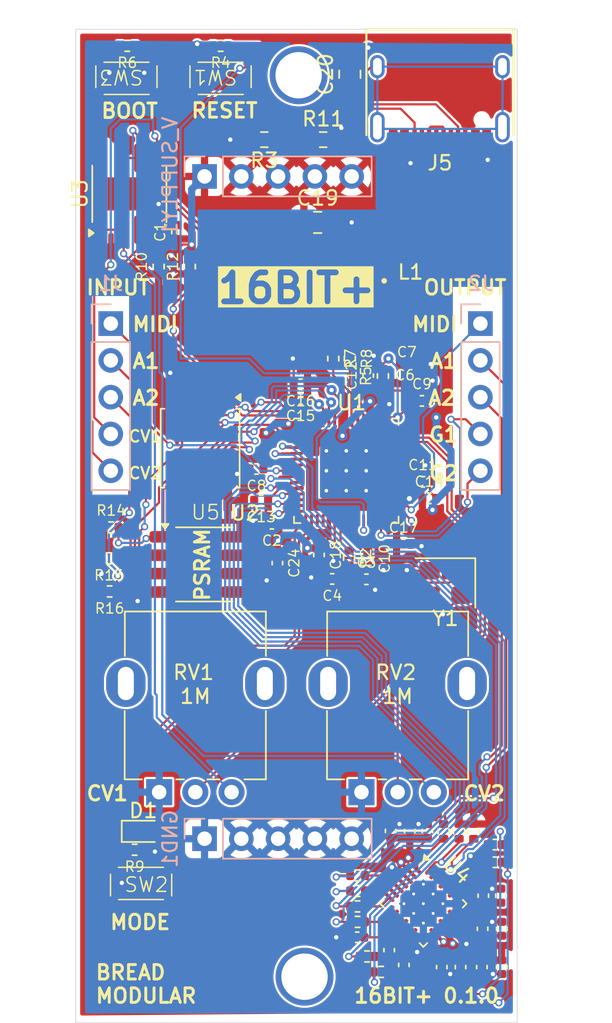
<source format=kicad_pcb>
(kicad_pcb (version 20241229) (generator "pcbnew") (generator_version "9.0")
  (layers (0 "F.Cu" signal) (2 "B.Cu" signal) (13 "F.Paste" user) (15 "B.Paste" user) (5 "F.SilkS" user "F.Silkscreen") (7 "B.SilkS" user "B.Silkscreen") (1 "F.Mask" user) (3 "B.Mask" user) (25 "Edge.Cuts" user))
  (net 0 "")
  (net 1 "GND")
  (net 2 "+3V3")
  (net 3 "/XIN")
  (net 4 "Net-(C4-Pad1)")
  (net 5 "+1V1")
  (net 6 "/VREG_AVDD")
  (net 7 "Net-(J5-SHIELD)")
  (net 8 "Net-(D1-K)")
  (net 9 "Net-(C23-Pad1)")
  (net 11 "/GPIO12")
  (net 12 "/GPIO13")
  (net 15 "Net-(U4-ROUT1)")
  (net 17 "AOUT_1")
  (net 18 "CV2")
  (net 19 "CV1")
  (net 21 "AIN_2")
  (net 22 "/RUN")
  (net 24 "AIN_1")
  (net 25 "MIDI_IN")
  (net 26 "AOUT_2")
  (net 27 "MIDI_OUT")
  (net 29 "USB_D+")
  (net 30 "USB_D-")
  (net 31 "Net-(J5-VBUS-PadA4)")
  (net 32 "Net-(J5-CC2)")
  (net 33 "Net-(J5-CC1)")
  (net 34 "/VREG_LX")
  (net 35 "QSPI_SS")
  (net 36 "/XOUT")
  (net 37 "Net-(SW1-A)")
  (net 38 "/~{USB_BOOT}")
  (net 39 "Net-(U1-USB_DP)")
  (net 40 "Net-(U1-USB_DM)")
  (net 41 "/QSPI_SD0")
  (net 43 "/QSPI_SD1")
  (net 44 "/QSPI_SD3")
  (net 45 "/QSPI_SCLK")
  (net 46 "/QSPI_SD2")
  (net 47 "Net-(U4-LOUT1)")
  (net 48 "GOUT_1")
  (net 49 "GOUT_2")
  (net 50 "Net-(C25-Pad1)")
  (net 51 "Net-(U4-VREF)")
  (net 52 "BUFF_CV1")
  (net 53 "Net-(U3A--)")
  (net 54 "BUFF_CV2")
  (net 55 "Net-(U3B--)")
  (net 57 "PSRAM_CS")
  (net 59 "Net-(U4-RIN1)")
  (net 63 "Net-(U4-LIN1)")
  (net 64 "Net-(U4-VMID)")
  (net 65 "Net-(U4-ADCVREF)")
  (net 66 "Net-(U4-MCLK)")
  (net 67 "MCLK")
  (net 68 "SCLK")
  (net 69 "Net-(U4-SCLK)")
  (net 70 "DSDIN")
  (net 71 "Net-(U4-DSDIN)")
  (net 72 "LRCK")
  (net 73 "Net-(U4-LRCK)")
  (net 74 "ASDOUT")
  (net 75 "Net-(U4-ASDOUT)")
  (net 76 "CDATA")
  (net 77 "CCLK")
  (footprint "Resistor_SMD:R_0402_1005Metric" (layer "F.Cu") (at 51.052 97.282 180)
    (property "Reference" "R9")
    (property "Value" "1k")
  )
  (footprint "Resistor_SMD:R_0402_1005Metric" (layer "F.Cu") (at 50.544 41.783 180)
    (property "Reference" "R6")
    (property "Value" "1k")
  )
  (footprint "LED_SMD:LED_0603_1608Metric" (layer "F.Cu") (at 51.6445 96.012)
    (property "Reference" "D1")
    (property "Value" "LED")
  )
  (footprint "RP2350_60QFN_minimal:C_0402_1005Metric_small_pads" (layer "F.Cu") (at 69.843 63.814)
    (property "Reference" "C7")
    (property "Value" "4.7u")
  )
  (footprint "BreadModular_MISC:K2-1808SN-A4SW-01" (layer "F.Cu") (at 51.435 99.695)
    (property "Reference" "SW2")
    (property "Value" "K2-1808SN-A4SW-01")
  )
  (footprint "BreadModular_MISC:K2-1808SN-A4SW-01" (layer "F.Cu") (at 50.546 43.942 180)
    (property "Reference" "SW3")
    (property "Value" "K2-1808SN-A4SW-01")
  )
  (footprint "Capacitor_SMD:C_0402_1005Metric" (layer "F.Cu") (at 68.7324 95.984 90)
    (property "Reference" "C22")
    (property "Value" "0.1uf")
  )
  (footprint "Capacitor_SMD:C_0402_1005Metric" (layer "F.Cu") (at 70.894 66.294)
    (property "Reference" "C9")
    (property "Value" "4.7u")
  )
  (footprint "RP2350_60QFN_minimal:RP2350-QFN-60-1EP_7x7_P0.4mm_EP3.4x3.4mm_ThermalVias" (layer "F.Cu") (at 65.6675 71.12)
    (property "Reference" "U1")
    (property "Value" "RP2350_60QFN")
  )
  (footprint "BreadModular_MISC:SOIC-8 Generic" (layer "F.Cu") (at 55.8496 77.8358)
    (property "Reference" "U5")
    (property "Value" "PSRAM")
  )
  (footprint "Capacitor_SMD:C_0402_1005Metric" (layer "F.Cu") (at 62.512 66.167 180)
    (property "Reference" "C15")
    (property "Value" "100n")
  )
  (footprint "Resistor_SMD:R_0402_1005Metric" (layer "F.Cu") (at 56.9912 41.783 180)
    (property "Reference" "R4")
    (property "Value" "1k")
  )
  (footprint "Resistor_SMD:R_0402_1005Metric" (layer "F.Cu") (at 74.4728 96.014 90)
    (property "Reference" "R24")
    (property "Value" "10k")
  )
  (footprint "Capacitor_SMD:C_0402_1005Metric" (layer "F.Cu") (at 75.9232 98.1456)
    (property "Reference" "C30")
    (property "Value" "1uf")
  )
  (footprint "Capacitor_SMD:C_0402_1005Metric" (layer "F.Cu") (at 76.4032 105.382 -90)
    (property "Reference" "C26")
    (property "Value" "0.1uf")
  )
  (footprint "Capacitor_SMD:C_0402_1005Metric" (layer "F.Cu") (at 73.5584 105.382 -90)
    (property "Reference" "C39")
    (property "Value" "0.1uf")
  )
  (footprint "Capacitor_SMD:C_0402_1005Metric" (layer "F.Cu") (at 75.0824 102.7404 90)
    (property "Reference" "C35")
    (property "Value" "10uf")
  )
  (footprint "Resistor_SMD:R_0402_1005Metric" (layer "F.Cu") (at 49.3248 79.4512 180)
    (property "Reference" "R16")
    (property "Value" "100k")
  )
  (footprint "BreadModular_TypeC:HRO-TYPE-C-31-M-12" (layer "F.Cu") (at 72.136 40.619 180)
    (property "Reference" "J5")
    (property "Value" "USB_C_Receptacle_USB2.0_14P")
  )
  (footprint "RP2350_60QFN_minimal:L_pol_2016" (layer "F.Cu") (at 69.185 59.309)
    (property "Reference" "L1")
    (property "Value" "AOTA-B201610S3R3-101-T")
  )
  (footprint "Capacitor_SMD:C_0402_1005Metric" (layer "F.Cu") (at 67.1576 77.1932 -90)
    (property "Reference" "C10")
    (property "Value" "4.7u")
  )
  (footprint "Capacitor_SMD:C_0402_1005Metric" (layer "F.Cu") (at 66.4236 103.3272)
    (property "Reference" "C27")
    (property "Value" "10uf")
  )
  (footprint "Capacitor_SMD:C_0402_1005Metric" (layer "F.Cu") (at 70.965 71.882)
    (property "Reference" "C11")
    (property "Value" "100n")
  )
  (footprint "Capacitor_SMD:C_0402_1005Metric" (layer "F.Cu") (at 72.263 105.382 -90)
    (property "Reference" "C38")
    (property "Value" "10uf")
  )
  (footprint "Resistor_SMD:R_0402_1005Metric" (layer "F.Cu") (at 66.4444 100.1268)
    (property "Reference" "R21")
    (property "Value" "33")
  )
  (footprint "RP2350_60QFN_minimal:C_0402_1005Metric_small_pads" (layer "F.Cu") (at 69.843 65.084)
    (property "Reference" "C6")
    (property "Value" "4.7u")
  )
  (footprint "Capacitor_SMD:C_0402_1005Metric" (layer "F.Cu") (at 69.6468 105.2348 90)
    (property "Reference" "C25")
    (property "Value" "1uf")
  )
  (footprint "Resistor_SMD:R_0402_1005Metric" (layer "F.Cu") (at 68.074 105.7148)
    (property "Reference" "R17")
    (property "Value" "1k")
  )
  (footprint "Package_DFN_QFN:QFN-28-1EP_4x4mm_P0.45mm_EP2.4x2.4mm_ThermalVias" (layer "F.Cu") (at 70.993 101.005472 -45)
    (property "Reference" "U4")
    (property "Value" "~")
  )
  (footprint "Resistor_SMD:R_0402_1005Metric" (layer "F.Cu") (at 68.199 64.578 90)
    (property "Reference" "R5")
    (property "Value" "33")
  )
  (footprint "Resistor_SMD:R_0402_1005Metric" (layer "F.Cu") (at 66.4484 99.06)
    (property "Reference" "R20")
    (property "Value" "33")
  )
  (footprint "Resistor_SMD:R_0402_1005Metric" (layer "F.Cu") (at 73.4568 96.014 90)
    (property "Reference" "R25")
    (property "Value" "10k")
  )
  (footprint "Capacitor_SMD:C_0402_1005Metric" (layer "F.Cu") (at 59.789 73.152 180)
    (property "Reference" "C13")
    (property "Value" "100n")
  )
  (footprint "Capacitor_SMD:C_0402_1005Metric" (layer "F.Cu") (at 60.9092 77.4928 -90)
    (property "Reference" "C24")
    (property "Value" "100n")
  )
  (footprint "Resistor_SMD:R_0402_1005Metric" (layer "F.Cu") (at 67.1048 104.648)
    (property "Reference" "R13")
    (property "Value" "1k")
  )
  (footprint "Capacitor_SMD:C_0402_1005Metric" (layer "F.Cu") (at 63.782 76.934 -90)
    (property "Reference" "C18")
    (property "Value" "100n")
  )
  (footprint "Capacitor_SMD:C_0402_1005Metric" (layer "F.Cu") (at 53.975 54.638 90)
    (property "Reference" "C1")
    (property "Value" "0.1uf")
  )
  (footprint "Resistor_SMD:R_0402_1005Metric" (layer "F.Cu") (at 49.4264 75.0316)
    (property "Reference" "R14")
    (property "Value" "10k")
  )
  (footprint "Capacitor_SMD:C_0402_1005Metric" (layer "F.Cu") (at 71.2724 95.984 90)
    (property "Reference" "C5")
    (property "Value" "10uf")
  )
  (footprint "Capacitor_SMD:C_0805_2012Metric" (layer "F.Cu") (at 65.913 43.749 90)
    (property "Reference" "C20")
    (property "Value" "10nf")
  )
  (footprint "Package_SO:SOIC-8-1EP_3.9x4.9mm_P1.27mm_EP2.29x3mm" (layer "F.Cu") (at 50.685 52.005 90)
    (property "Reference" "U3")
    (property "Value" "MCP6002-xSN")
  )
  (footprint "Capacitor_SMD:C_0402_1005Metric" (layer "F.Cu") (at 76.4032 102.7404 90)
    (property "Reference" "C36")
    (property "Value" "0.1uf")
  )
  (footprint "Package_SO:SOIC-8_5.23x5.23mm_P1.27mm" (layer "F.Cu") (at 55.5752 69.5638 -90)
    (property "Reference" "U2")
    (property "Value" "W25Q128JVS")
  )
  (footprint "Capacitor_SMD:C_0402_1005Metric" (layer "F.Cu") (at 62.512 65.151 180)
    (property "Reference" "C16")
    (property "Value" "100n")
  )
  (footprint "Capacitor_SMD:C_0402_1005Metric" (layer "F.Cu") (at 59.464 70.993 180)
    (property "Reference" "C8")
    (property "Value" "100n")
  )
  (footprint "Resistor_SMD:R_0402_1005Metric" (layer "F.Cu") (at 66.4484 102.2604)
    (property "Reference" "R23")
    (property "Value" "33")
  )
  (footprint "Capacitor_SMD:C_0402_1005Metric" (layer "F.Cu") (at 70.0532 95.984 90)
    (property "Reference" "C21")
    (property "Value" "0.1uf")
  )
  (footprint "Capacitor_SMD:C_0402_1005Metric" (layer "F.Cu") (at 68.6308 104.2136 90)
    (property "Reference" "C23")
    (property "Value" "1uf")
  )
  (footprint "Resistor_SMD:R_0603_1608Metric" (layer "F.Cu") (at 64.072 48.26)
    (property "Reference" "R11")
    (property "Value" "5.1k")
  )
  (footprint "Resistor_SMD:R_0402_1005Metric" (layer "F.Cu") (at 65.8622 77.1378 -90)
    (property "Reference" "R2")
    (property "Value" "1k")
  )
  (footprint "Resistor_SMD:R_0402_1005Metric" (layer "F.Cu") (at 52.707 57.023 90)
    (property "Reference" "R10")
    (property "Value" "100k")
  )
  (footprint "Capacitor_SMD:C_0402_1005Metric" (layer "F.Cu") (at 64.6964 78.5876 180)
    (property "Reference" "C4")
    (property "Value" "15p")
  )
  (footprint "Capacitor_SMD:C_0402_1005Metric" (layer "F.Cu") (at 75.9232 96.9264)
    (property "Reference" "C31")
    (property "Value" "1uf")
  )
  (footprint "Resistor_SMD:R_0402_1005Metric" (layer "F.Cu") (at 49.274 77.1652 180)
    (property "Reference" "R15")
    (property "Value" "100k")
  )
  (footprint "Capacitor_SMD:C_0402_1005Metric" (layer "F.Cu") (at 67.183 64.548 90)
    (property "Reference" "C12")
    (property "Value" "100n")
  )
  (footprint "Capacitor_SMD:C_0402_1005Metric" (layer "F.Cu") (at 71.402 73.025)
    (property "Reference" "C14")
    (property "Value" "100n")
  )
  (footprint "Capacitor_SMD:C_0402_1005Metric" (layer "F.Cu") (at 69.624 76.2)
    (property "Reference" "C17")
    (property "Value" "100n")
  )
  (footprint "Capacitor_SMD:C_0805_2012Metric" (layer "F.Cu") (at 63.693 53.975)
    (property "Reference" "C19")
    (property "Value" "10u")
  )
  (footprint "Capacitor_SMD:C_0402_1005Metric" (layer "F.Cu") (at 67.0586 78.613)
    (property "Reference" "C3")
    (property "Value" "15p")
  )
  (footprint "Resistor_SMD:R_0402_1005Metric" (layer "F.Cu") (at 54.862 57.025 90)
    (property "Reference" "R12")
    (property "Value" "100k")
  )
  (footprint "Resistor_SMD:R_0402_1005Metric" (layer "F.Cu") (at 72.39 96.014 -90)
    (property "Reference" "R19")
    (property "Value" "33")
  )
  (footprint "Capacitor_SMD:C_0402_1005Metric" (layer "F.Cu") (at 75.0316 105.382 -90)
    (property "Reference" "C37")
    (property "Value" "10uf")
  )
  (footprint "Crystal:Crystal_SMD_3225-4Pin_3.2x2.5mm" (layer "F.Cu") (at 72.517 78.867 180)
    (property "Reference" "Y1")
    (property "Value" "ABM8-272-T3")
  )
  (footprint "Capacitor_SMD:C_0402_1005Metric" (layer "F.Cu") (at 76.3524 100.4544 90)
    (property "Reference" "C34")
    (property "Value" "0.1uf")
  )
  (footprint "BreadModular_Pots:Potentiometer_RV09" (layer "F.Cu") (at 55.372 86.3122)
    (property "Reference" "RV1")
    (property "Value" "1M")
  )
  (footprint "BreadModular_Pots:Potentiometer_RV09" (layer "F.Cu") (at 69.342 86.3122)
    (property "Reference" "RV2")
    (property "Value" "1M")
  )
  (footprint "Capacitor_SMD:C_0402_1005Metric" (layer "F.Cu") (at 60.5308 74.7776 180)
    (property "Reference" "C2")
    (property "Value" "100n")
  )
  (footprint "Resistor_SMD:R_0402_1005Metric" (layer "F.Cu") (at 65.913 63.375 -90)
    (property "Reference" "R8")
    (property "Value" "27")
  )
  (footprint "BreadModular_MISC:K2-1808SN-A4SW-01" (layer "F.Cu") (at 57.0484 43.942 180)
    (property "Reference" "SW1")
    (property "Value" "K2-1808SN-A4SW-01")
  )
  (footprint "Resistor_SMD:R_0402_1005Metric" (layer "F.Cu") (at 64.77 63.375 -90)
    (property "Reference" "R7")
    (property "Value" "27")
  )
  (footprint "Resistor_SMD:R_0402_1005Metric" (layer "F.Cu") (at 66.4444 101.1936)
    (property "Reference" "R22")
    (property "Value" "33")
  )
  (footprint "Resistor_SMD:R_0603_1608Metric" (layer "F.Cu") (at 60.008 48.26 180)
    (property "Reference" "R3")
    (property "Value" "5.1k")
  )
  (footprint "Capacitor_SMD:C_0402_1005Metric" (layer "F.Cu") (at 75.1332 100.4544 90)
    (property "Reference" "C33")
    (property "Value" "10uf")
  )
  (footprint "Connector_PinSocket_2.54mm:PinSocket_1x05_P2.54mm_Vertical" (layer "B.Cu") (at 74.93 60.96 180)
    (property "Reference" "J2")
    (property "Value" "Conn_01x08_Socket")
  )
  (footprint "Connector_PinHeader_2.54mm:PinHeader_1x05_P2.54mm_Vertical" (layer "B.Cu") (at 55.88 96.52 -90)
    (property "Reference" "GND1")
    (property "Value" "Conn_01x05_Pin")
  )
  (footprint "Connector_PinHeader_2.54mm:PinHeader_1x05_P2.54mm_Vertical" (layer "B.Cu") (at 55.88 50.8 -90)
    (property "Reference" "V_SUPPLY1")
    (property "Value" "Conn_01x05_Pin")
  )
  (footprint "Connector_PinSocket_2.54mm:PinSocket_1x05_P2.54mm_Vertical" (layer "B.Cu") (at 49.403 60.96 180)
    (property "Reference" "J1")
    (property "Value" "Conn_01x08_Socket")
  )
  (gr_poly (pts (xy 66.421 68.834) (xy 67.8942 68.834) (xy 67.8942 73.787) (xy 62.992 73.787) (xy 62.992 70.358) (xy 63.627 70.358) (xy 63.627 73.152) (xy 67.6656 73.1266) (xy 67.6656 69.0626) (xy 66.421 69.088)) (stroke (width 0.2)) (fill yes) (layer "F.Cu") (net 5))
  (gr_line (start 66.8782 68.072) (end 66.8782 68.834) (stroke (width 0.2)) (layer "F.Cu") (net 5))
  (gr_line (start 65.659 74.168) (end 65.659 73.787) (stroke (width 0.2)) (layer "F.Cu") (net 5))
  (gr_line (start 67.7672 70.739) (end 68.961 70.739) (stroke (width 0.2)) (layer "F.Cu") (net 5))
  (gr_line (start 46.99 109.22) (end 77.47 109.22) (stroke (width 0.05)) (layer "Edge.Cuts"))
  (gr_line (start 77.47 40.64) (end 46.99 40.64) (stroke (width 0.05)) (layer "Edge.Cuts"))
  (gr_line (start 46.99 40.64) (end 46.99 109.22) (stroke (width 0.05)) (layer "Edge.Cuts"))
  (gr_line (start 77.47 109.22) (end 77.47 40.64) (stroke (width 0.05)) (layer "Edge.Cuts"))
  (gr_text "PSRAM" (at 56.3118 80.2132 90) (layer "F.SilkS") (effects (font (size 1 1) (thickness 0.2) (bold yes)) (justify left bottom)))
  (gr_text "BOOT" (at 48.641 46.863 0) (layer "F.SilkS") (effects (font (size 1 1) (thickness 0.2) (bold yes)) (justify left bottom)))
  (gr_text "CV2" (at 50.546 71.755 0) (layer "F.SilkS") (effects (font (size 0.8 0.8) (thickness 0.15) (bold yes)) (justify left bottom)))
  (gr_text "OUTPUT" (at 76.835 59.055 0) (layer "F.SilkS") (effects (font (size 1 1) (thickness 0.2) (bold yes)) (justify right bottom)))
  (gr_text "CV2" (at 73.66 93.98 0) (layer "F.SilkS") (effects (font (size 1 1) (thickness 0.2) (bold yes)) (justify left bottom)))
  (gr_text "RESET" (at 54.864 46.8376 0) (layer "F.SilkS") (effects (font (size 1 1) (thickness 0.2) (bold yes)) (justify left bottom)))
  (gr_text "INPUT" (at 49.911 59.055 0) (layer "F.SilkS") (effects (font (size 1 1) (thickness 0.2) (bold yes)) (justify bottom)))
  (gr_text "CV1" (at 47.625 93.98 0) (layer "F.SilkS") (effects (font (size 1 1) (thickness 0.2) (bold yes)) (justify left bottom)))
  (gr_text "G2" (at 72.39 71.882 0) (layer "F.SilkS") (effects (font (size 1 1) (thickness 0.2) (bold yes)) (justify bottom)))
  (gr_text "G1" (at 72.39 69.215 0) (layer "F.SilkS") (effects (font (size 1 1) (thickness 0.2) (bold yes)) (justify bottom)))
  (gr_text "16BIT+ 0.1.0" (at 76.327 107.95 0) (layer "F.SilkS") (effects (font (size 1 1) (thickness 0.2) (bold yes)) (justify right bottom)))
  (gr_text "A2" (at 72.263 66.675 0) (layer "F.SilkS") (effects (font (size 1 1) (thickness 0.2) (bold yes)) (justify bottom)))
  (gr_text "A1" (at 50.8 64.135 0) (layer "F.SilkS") (effects (font (size 1 1) (thickness 0.2) (bold yes)) (justify left bottom)))
  (gr_text "16BIT+" (at 62.23 59.69 0) (layer "F.SilkS" knockout) (effects (font (size 2 2) (thickness 0.4) (bold yes)) (justify bottom)))
  (gr_text "A1" (at 72.39 64.135 0) (layer "F.SilkS") (effects (font (size 1 1) (thickness 0.2) (bold yes)) (justify bottom)))
  (gr_text "CV1" (at 50.546 69.215 0) (layer "F.SilkS") (effects (font (size 0.8 0.8) (thickness 0.15) (bold yes)) (justify left bottom)))
  (gr_text "MODE" (at 51.435 102.87 0) (layer "F.SilkS") (effects (font (size 1 1) (thickness 0.2) (bold yes)) (justify bottom)))
  (gr_text "MIDI" (at 70.104 61.595 0) (layer "F.SilkS") (effects (font (size 1 1) (thickness 0.2) (bold yes)) (justify left bottom)))
  (gr_text "BREAD\nMODULAR" (at 48.26 107.95 0) (layer "F.SilkS") (effects (font (size 1 1) (thickness 0.2) (bold yes)) (justify left bottom)))
  (gr_text "A2" (at 50.8 66.675 0) (layer "F.SilkS") (effects (font (size 1 1) (thickness 0.2) (bold yes)) (justify left bottom)))
  (gr_text "MIDI" (at 50.8 61.595 0) (layer "F.SilkS") (effects (font (size 1 1) (thickness 0.2) (bold yes)) (justify left bottom)))
  (via (at 62.784908 106.045) (size 4) (drill 3.2) (layers "F.Cu" "B.Cu") (net 0))
  (via (at 62.37758 43.815) (size 4) (drill 3.2) (layers "F.Cu" "B.Cu") (net 0))
  (segment (start 51.562 97.282) (end 52.324 97.282) (width 0.15) (layer "F.Cu") (net 1))
  (segment (start 48.764 78.232) (end 48.764 77.1652) (width 0.15) (layer "F.Cu") (net 1))
  (segment (start 64.897 47.879) (end 65.3288 47.4472) (width 0.15) (layer "F.Cu") (net 1))
  (segment (start 70.104 49.8856) (end 69.7826 49.8856) (width 0.15) (layer "F.Cu") (net 1))
  (segment (start 69.105 73.12) (end 69.947931 73.12) (width 0.15) (layer "F.Cu") (net 1))
  (segment (start 52.705 52.705) (end 52.705 54.365) (width 0.15) (layer "F.Cu") (net 1))
  (segment (start 69.342 95.504) (end 68.7324 95.504) (width 0.15) (layer "F.Cu") (net 1))
  (segment (start 48.406 44.543) (end 48.406 45.042) (width 0.15) (layer "F.Cu") (net 1))
  (segment (start 63.782 77.414) (end 64.699 77.414) (width 0.15) (layer "F.Cu") (net 1))
  (segment (start 64.9732 103.3272) (end 65.9436 103.3272) (width 0.15) (layer "F.Cu") (net 1))
  (segment (start 61.976 63.373) (end 62.032 63.429) (width 0.15) (layer "F.Cu") (net 1))
  (segment (start 51.878 79.4908) (end 51.2572 80.1116) (width 0.15) (layer "F.Cu") (net 1))
  (segment (start 59.8008 74.5582) (end 59.8424 74.5998) (width 0.15) (layer "F.Cu") (net 1))
  (segment (start 67.564 79.241331) (end 67.564 78.486) (width 0.15) (layer "F.Cu") (net 1))
  (segment (start 58.640913 71.336087) (end 58.128087 71.336087) (width 0.15) (layer "F.Cu") (net 1))
  (segment (start 75.0316 105.862) (end 75.7936 105.862) (width 0.15) (layer "F.Cu") (net 1))
  (segment (start 75.1332 99.9744) (end 75.7428 99.9744) (width 0.15) (layer "F.Cu") (net 1))
  (segment (start 59.249 74.5582) (end 59.8008 74.5582) (width 0.15) (layer "F.Cu") (net 1))
  (segment (start 68.0675 67.0951) (end 68.0675 67.6825) (width 0.15) (layer "F.Cu") (net 1))
  (segment (start 73.7616 103.7844) (end 72.371858 102.394658) (width 0.15) (layer "F.Cu") (net 1))
  (segment (start 71.628 64.897) (end 71.441 65.084) (width 0.15) (layer "F.Cu") (net 1))
  (segment (start 52.563 45.085) (end 48.83 45.085) (width 0.15) (layer "F.Cu") (net 1))
  (segment (start 71.441 65.084) (end 70.358 65.084) (width 0.15) (layer "F.Cu") (net 1))
  (segment (start 71.501 63.754) (end 70.418 63.754) (width 0.15) (layer "F.Cu") (net 1))
  (segment (start 52.606 44.224) (end 52.027 43.645) (width 0.15) (layer "F.Cu") (net 1))
  (segment (start 74.250721 97.958469) (end 72.919867 99.289323) (width 0.15) (layer "F.Cu") (net 1))
  (segment (start 73.9648 103.7844) (end 73.7616 103.7844) (width 0.15) (layer "F.Cu") (net 1))
  (segment (start 64.699 77.414) (end 64.77 77.343) (width 0.15) (layer "F.Cu") (net 1))
  (segment (start 75.0824 102.2604) (end 75.7428 102.2604) (width 0.15) (layer "F.Cu") (net 1))
  (segment (start 69.947931 73.12) (end 70.02682 73.041111) (width 0.15) (layer "F.Cu") (net 1))
  (segment (start 71.628 64.897) (end 71.374 65.151) (width 0.5) (layer "F.Cu") (net 1))
  (segment (start 68.2244 77.978) (end 67.4624 77.978) (width 0.15) (layer "F.Cu") (net 1))
  (segment (start 68.64 66.5226) (end 68.0675 67.0951) (width 0.15) (layer "F.Cu") (net 1))
  (segment (start 53.3796 79.4908) (end 51.878 79.4908) (width 0.15) (layer "F.Cu") (net 1))
  (segment (start 52.324 97.282) (end 52.451 97.409) (width 0.15) (layer "F.Cu") (net 1))
  (segment (start 67.183 63.56) (end 67.564 63.179) (width 0.15) (layer "F.Cu") (net 1))
  (segment (start 62.032 63.429) (end 62.032 65.151) (width 0.15) (layer "F.Cu") (net 1))
  (segment (start 49.304 43.645) (end 48.406 44.543) (width 0.15) (layer "F.Cu") (net 1))
  (segment (start 67.183 64.068) (end 67.183 63.56) (width 0.15) (layer "F.Cu") (net 1))
  (segment (start 64.191 78.486) (end 63.246 78.486) (width 0.15) (layer "F.Cu") (net 1))
  (segment (start 72.3392 81.026) (end 72.3392 80.9948) (width 0.15) (layer "F.Cu") (net 1))
  (segment (start 52.705 54.365) (end 52.59 54.48) (width 0.15) (layer "F.Cu") (net 1))
  (segment (start 72.684591 99.054047) (end 72.308029 99.054047) (width 0.15) (layer "F.Cu") (net 1))
  (segment (start 69.987774 103.769774) (end 70.5612 104.3432) (width 0.15) (layer "F.Cu") (net 1))
  (segment (start 59.2674 74.5744) (end 59.3344 74.5074) (width 0.15) (layer "F.Cu") (net 1))
  (segment (start 71.445 71.072426) (end 71.12 70.747426) (width 0.15) (layer "F.Cu") (net 1))
  (segment (start 69.987774 103.28349) (end 69.987774 103.769774) (width 0.15) (layer "F.Cu") (net 1))
  (segment (start 56.2272 41.656) (end 55.372 41.656) (width 0.15) (layer "F.Cu") (net 1))
  (segment (start 49.385 100.348) (end 49.385 100.711) (width 0.15) (layer "F.Cu") (net 1))
  (segment (start 61.838 64.957) (end 62.032 65.151) (width 0.15) (layer "F.Cu") (net 1))
  (segment (start 67.660467 79.337798) (end 67.564 79.241331) (width 0.15) (layer "F.Cu") (net 1))
  (segment (start 71.882 73.025) (end 71.445 72.588) (width 0.15) (layer "F.Cu") (net 1))
  (segment (start 70.739 76.2) (end 70.866 76.327) (width 0.15) (layer "F.Cu") (net 1))
  (segment (start 49.385 100.711) (end 53.585 100.711) (width 0.15) (layer "F.Cu") (net 1))
  (segment (start 72.3392 80.9948) (end 73.617 79.717) (width 0.15) (layer "F.Cu") (net 1))
  (segment (start 72.308029 99.054047) (end 72.05366 99.308416) (width 0.15) (layer "F.Cu") (net 1))
  (segment (start 75.361 48.314) (end 75.361 49.58) (width 0.15) (layer "F.Cu") (net 1))
  (segment (start 75.7428 99.9744) (end 76.3524 99.9744) (width 0.15) (layer "F.Cu") (net 1))
  (segment (start 50.165 99.568) (end 49.385 100.348) (width 0.15) (layer "F.Cu") (net 1))
  (segment (start 75.7936 105.862) (end 76.4032 105.862) (width 0.15) (layer "F.Cu") (net 1))
  (segment (start 65.913 42.799) (end 66.802 41.91) (width 0.15) (layer "F.Cu") (net 1))
  (segment (start 59.183 48.26) (end 57.658 48.26) (width 0.15) (layer "F.Cu") (net 1))
  (segment (start 60.889 77.9728) (end 60.1726 78.6892) (width 0.15) (layer "F.Cu") (net 1))
  (segment (start 53.6702 64.516373) (end 53.6702 65.9638) (width 0.15) (layer "F.Cu") (net 1))
  (segment (start 52.606 45.042) (end 52.606 44.224) (width 0.15) (layer "F.Cu") (net 1))
  (segment (start 72.371858 102.394658) (end 72.371858 102.38433) (width 0.15) (layer "F.Cu") (net 1))
  (segment (start 75.7428 102.2604) (end 76.4032 102.2604) (width 0.15) (layer "F.Cu") (net 1))
  (segment (start 53.975 53.975) (end 52.705 52.705) (width 0.15) (layer "F.Cu") (net 1))
  (segment (start 59.3344 74.5074) (end 59.3344 73.5076) (width 0.15) (layer "F.Cu") (net 1))
  (segment (start 75.361 49.58) (end 75.438 49.657) (width 0.15) (layer "F.Cu") (net 1))
  (segment (start 59.2328 74.5744) (end 59.2674 74.5744) (width 0.15) (layer "F.Cu") (net 1))
  (segment (start 70.418 63.754) (end 70.358 63.814) (width 0.15) (layer "F.Cu") (net 1))
  (segment (start 72.919867 99.289323) (end 72.684591 99.054047) (width 0.15) (layer "F.Cu") (net 1))
  (segment (start 70.250538 103.020726) (end 69.987774 103.28349) (width 0.15) (layer "F.Cu") (net 1))
  (segment (start 71.445 72.588) (end 71.445 71.072426) (width 0.15) (layer "F.Cu") (net 1))
  (segment (start 71.417 78.017) (end 69.889 78.017) (width 0.15) (layer "F.Cu") (net 1))
  (segment (start 72.8472 105.862) (end 73.434 105.862) (width 0.15) (layer "F.Cu") (net 1))
  (segment (start 53.511881 64.358054) (end 53.6702 64.516373) (width 0.15) (layer "F.Cu") (net 1))
  (segment (start 52.606 45.042) (end 52.563 45.085) (width 0.15) (layer "F.Cu") (net 1))
  (segment (start 71.374 65.151) (end 71.374 66.294) (width 0.5) (layer "F.Cu") (net 1))
  (segment (start 66.04 53.975) (end 64.643 53.975) (width 0.15) (layer "F.Cu") (net 1))
  (segment (start 56.4812 41.91) (end 56.2272 41.656) (width 0.15) (layer "F.Cu") (net 1))
  (segment (start 67.4624 77.978) (end 67.1576 77.6732) (width 0.15) (layer "F.Cu") (net 1))
  (segment (start 68.8162 98.828672) (end 68.8162 98.486816) (width 0.15) (layer "F.Cu") (net 1))
  (segment (start 62.032 66.167) (end 62.032 65.151) (width 0.5) (layer "F.Cu") (net 1))
  (segment (start 66.802 41.91) (end 67.183 41.91) (width 0.15) (layer "F.Cu") (net 1))
  (segment (start 69.614142 99.626614) (end 68.8162 98.828672) (width 0.15) (layer "F.Cu") (net 1))
  (segment (start 60.9092 77.9728) (end 60.889 77.9728) (width 0.15) (layer "F.Cu") (net 1))
  (segment (start 48.764 79.1972) (end 48.764 78.232) (width 0.15) (layer "F.Cu") (net 1))
  (segment (start 64.897 48.26) (end 64.897 47.879) (width 0.15) (layer "F.Cu") (net 1))
  (segment (start 52.027 43.645) (end 51.717 43.645) (width 0.15) (layer "F.Cu") (net 1))
  (segment (start 68.911 49.014) (end 68.911 48.314) (width 0.15) (layer "F.Cu") (net 1))
  (segment (start 72.263 105.862) (end 72.8472 105.862) (width 0.15) (layer "F.Cu") (net 1))
  (segment (start 69.889 78.017) (end 69.85 77.978) (width 0.15) (layer "F.Cu") (net 1))
  (segment (start 59.2328 74.5744) (end 59.249 74.5582) (width 0.15) (layer "F.Cu") (net 1))
  (segment (start 58.984 70.993) (end 58.640913 71.336087) (width 0.15) (layer "F.Cu") (net 1))
  (segment (start 70.104 76.2) (end 70.739 76.2) (width 0.15) (layer "F.Cu") (net 1))
  (segment (start 69.7826 49.8856) (end 68.911 49.014) (width 0.15) (layer "F.Cu") (net 1))
  (segment (start 53.975 54.158) (end 53.975 53.975) (width 0.15) (layer "F.Cu") (net 1))
  (segment (start 74.250721 97.712395) (end 74.250721 97.958469) (width 0.15) (layer "F.Cu") (net 1))
  (segment (start 71.2724 95.504) (end 70.0532 95.504) (width 0.15) (layer "F.Cu") (net 1))
  (via (at 71.12 70.747426) (size 0.7) (drill 0.3) (layers "F.Cu" "B.Cu") (net 1))
  (via (at 75.7428 102.2604) (size 0.5) (drill 0.3) (layers "F.Cu" "B.Cu") (net 1))
  (via (at 68.64 66.5226) (size 0.7) (drill 0.3) (layers "F.Cu" "B.Cu") (net 1))
  (via (at 64.77 77.343) (size 0.7) (drill 0.3) (layers "F.Cu" "B.Cu") (net 1))
  (via (at 70.02682 73.041111) (size 0.6) (drill 0.35) (layers "F.Cu" "B.Cu") (net 1))
  (via (at 69.85 77.978) (size 0.7) (drill 0.3) (layers "F.Cu" "B.Cu") (net 1))
  (via (at 49.304 43.645) (size 0.7) (drill 0.3) (layers "F.Cu" "B.Cu") (net 1))
  (via (at 70.104 49.8856) (size 0.7) (drill 0.3) (layers "F.Cu" "B.Cu") (net 1))
  (via (at 70.6628 95.504) (size 0.5) (drill 0.3) (layers "F.Cu" "B.Cu") (net 1))
  (via (at 50.165 99.568) (size 0.5) (drill 0.3) (layers "F.Cu" "B.Cu") (net 1))
  (via (at 75.438 49.657) (size 0.7) (drill 0.3) (layers "F.Cu" "B.Cu") (net 1))
  (via (at 68.2244 77.978) (size 0.7) (drill 0.3) (layers "F.Cu" "B.Cu") (net 1))
  (via (at 65.3288 47.4472) (size 0.7) (drill 0.3) (layers "F.Cu" "B.Cu") (net 1))
  (via (at 71.501 63.754) (size 0.7) (drill 0.3) (layers "F.Cu" "B.Cu") (net 1))
  (via (at 74.250721 97.712395) (size 0.5) (drill 0.3) (layers "F.Cu" "B.Cu") (net 1))
  (via (at 51.2572 80.1116) (size 0.5) (drill 0.3) (layers "F.Cu" "B.Cu") (net 1))
  (via (at 67.564 63.179) (size 0.7) (drill 0.3) (layers "F.Cu" "B.Cu") (net 1))
  (via (at 51.717 43.645) (size 0.7) (drill 0.3) (layers "F.Cu" "B.Cu") (net 1))
  (via (at 52.451 97.409) (size 0.5) (drill 0.3) (layers "F.Cu" "B.Cu") (net 1))
  (via (at 63.246 78.486) (size 0.7) (drill 0.3) (layers "F.Cu" "B.Cu") (net 1))
  (via (at 70.5612 104.3432) (size 0.5) (drill 0.3) (layers "F.Cu" "B.Cu") (net 1))
  (via (at 48.764 78.232) (size 0.5) (drill 0.3) (layers "F.Cu" "B.Cu") (net 1))
  (via (at 69.342 95.504) (size 0.5) (drill 0.3) (layers "F.Cu" "B.Cu") (net 1))
  (via (at 64.9732 103.3272) (size 0.5) (drill 0.3) (layers "F.Cu" "B.Cu") (net 1))
  (via (at 67.660467 79.337798) (size 0.7) (drill 0.3) (layers "F.Cu" "B.Cu") (net 1))
  (via (at 52.705 52.705) (size 0.5) (drill 0.3) (layers "F.Cu" "B.Cu") (net 1))
  (via (at 53.511881 64.358054) (size 0.7) (drill 0.3) (layers "F.Cu" "B.Cu") (net 1))
  (via (at 68.8162 98.486816) (size 0.5) (drill 0.3) (layers "F.Cu" "B.Cu") (net 1))
  (via (at 72.8472 105.862) (size 0.5) (drill 0.3) (layers "F.Cu" "B.Cu") (net 1))
  (via (at 60.1726 78.6892) (size 0.5) (drill 0.3) (layers "F.Cu" "B.Cu") (net 1))
  (via (at 70.866 76.327) (size 0.7) (drill 0.3) (layers "F.Cu" "B.Cu") (net 1))
  (via (at 58.128087 71.336087) (size 0.7) (drill 0.3) (layers "F.Cu" "B.Cu") (net 1))
  (via (at 57.658 48.26) (size 0.7) (drill 0.3) (layers "F.Cu" "B.Cu") (net 1))
  (via (at 66.04 53.975) (size 0.7) (drill 0.3) (layers "F.Cu" "B.Cu") (net 1))
  (via (at 55.372 41.656) (size 0.5) (drill 0.3) (layers "F.Cu" "B.Cu") (net 1))
  (via (at 75.7428 99.9744) (size 0.5) (drill 0.3) (layers "F.Cu" "B.Cu") (net 1))
  (via (at 71.628 64.897) (size 0.7) (drill 0.3) (layers "F.Cu" "B.Cu") (net 1))
  (via (at 75.7936 105.862) (size 0.5) (drill 0.3) (layers "F.Cu" "B.Cu") (net 1))
  (via (at 67.183 41.91) (size 0.7) (drill 0.3) (layers "F.Cu" "B.Cu") (net 1))
  (via (at 73.9648 103.7844) (size 0.5) (drill 0.3) (layers "F.Cu" "B.Cu") (net 1))
  (via (at 72.3392 81.026) (size 0.7) (drill 0.3) (layers "F.Cu" "B.Cu") (net 1))
  (via (at 61.976 63.373) (size 0.5) (drill 0.3) (layers "F.Cu" "B.Cu") (net 1))
  (via (at 59.2328 74.5744) (size 0.7) (drill 0.3) (layers "F.Cu" "B.Cu") (net 1))
  (segment (start 65.6675 72.495) (end 65.6675 69.745) (width 0.5) (layer "B.Cu") (net 1))
  (segment (start 67.0425 72.495) (end 64.2925 72.495) (width 0.5) (layer "B.Cu") (net 1))
  (segment (start 64.2925 72.495) (end 64.2925 69.745) (width 0.5) (layer "B.Cu") (net 1))
  (segment (start 67.0425 68.1201) (end 67.0425 69.745) (width 0.5) (layer "B.Cu") (net 1))
  (segment (start 67.0425 69.745) (end 64.2925 69.745) (width 0.5) (layer "B.Cu") (net 1))
  (segment (start 67.0425 72.495) (end 67.0425 69.745) (width 0.5) (layer "B.Cu") (net 1))
  (segment (start 68.64 66.5226) (end 67.0425 68.1201) (width 0.5) (layer "B.Cu") (net 1))
  (segment (start 72.05366 102.78766) (end 73.025 103.759) (width 0.15) (layer "F.Cu") (net 2))
  (segment (start 70.993 72.644) (end 70.767 72.418) (width 0.15) (layer "F.Cu") (net 2))
  (segment (start 69.849 71.374414) (end 69.594586 71.12) (width 0.15) (layer "F.Cu") (net 2))
  (segment (start 69.257 65.028) (end 69.313 65.084) (width 0.5) (layer "F.Cu") (net 2))
  (segment (start 72.263 104.902) (end 73.434 104.902) (width 0.15) (layer "F.Cu") (net 2))
  (segment (start 53.721 57.531) (end 53.725 57.535) (width 0.15) (layer "F.Cu") (net 2))
  (segment (start 69.4436 98.1456) (end 69.4436 97.9932) (width 0.15) (layer "F.Cu") (net 2))
  (segment (start 71.778726 103.020726) (end 72.39 103.632) (width 0.15) (layer "F.Cu") (net 2))
  (segment (start 69.2912 98.298) (end 69.2912 98.6536) (width 0.15) (layer "F.Cu") (net 2))
  (segment (start 70.0532 96.464) (end 71.2724 96.464) (width 0.15) (layer "F.Cu") (net 2))
  (segment (start 69.2912 98.6536) (end 69.93234 99.29474) (width 0.15) (layer "F.Cu") (net 2))
  (segment (start 72.05366 102.702528) (end 72.05366 102.78766) (width 0.15) (layer "F.Cu") (net 2))
  (segment (start 70.767 72.418) (end 70.189518 72.418) (width 0.15) (layer "F.Cu") (net 2))
  (segment (start 64.4675 75.7685) (end 64.4675 74.5575) (width 0.15) (layer "F.Cu") (net 2))
  (segment (start 60.269 73.152) (end 60.269 74.0358) (width 0.15) (layer "F.Cu") (net 2))
  (segment (start 69.9516 98.69128) (end 69.9516 97.8408) (width 0.15) (layer "F.Cu") (net 2))
  (segment (start 53.975 55.118) (end 53.975 55.88) (width 0.15) (layer "F.Cu") (net 2))
  (segment (start 70.250538 98.990218) (end 69.9516 98.69128) (width 0.15) (layer "F.Cu") (net 2))
  (segment (start 62.992 65.151) (end 62.992 66.167) (width 0.5) (layer "F.Cu") (net 2))
  (segment (start 71.619963 73.823264) (end 71.156264 73.823264) (width 0.15) (layer "F.Cu") (net 2))
  (segment (start 53.975 55.88) (end 53.594 56.261) (width 0.15) (layer "F.Cu") (net 2))
  (segment (start 69.979 71.801678) (end 69.849 71.671678) (width 0.15) (layer "F.Cu") (net 2))
  (segment (start 69.144 76.2) (end 69.144 75.234) (width 0.15) (layer "F.Cu") (net 2))
  (segment (start 71.2724 96.52) (end 69.9516 97.8408) (width 0.15) (layer "F.Cu") (net 2))
  (segment (start 69.144 75.234) (end 68.4675 74.5575) (width 0.15) (layer "F.Cu") (net 2))
  (segment (start 61.101 72.32) (end 60.269 73.152) (width 0.15) (layer "F.Cu") (net 2))
  (segment (start 69.247 64.816) (end 69.328 64.897) (width 0.15) (layer "F.Cu") (net 2))
  (segment (start 68.7324 97.282) (end 68.7324 96.464) (width 0.15) (layer "F.Cu") (net 2))
  (segment (start 73.025 103.759) (end 74.168 104.902) (width 0.15) (layer "F.Cu") (net 2))
  (segment (start 69.594586 71.12) (end 69.105 71.12) (width 0.15) (layer "F.Cu") (net 2))
  (segment (start 62.23 72.32) (end 61.101 72.32) (width 0.15) (layer "F.Cu") (net 2))
  (segment (start 69.849 71.671678) (end 69.849 71.374414) (width 0.15) (layer "F.Cu") (net 2))
  (segment (start 70.189518 72.418) (end 69.979 72.207482) (width 0.15) (layer "F.Cu") (net 2))
  (segment (start 71.156264 73.823264) (end 70.993 73.66) (width 0.15) (layer "F.Cu") (net 2))
  (segment (start 70.993 73.66) (end 70.993 72.644) (width 0.15) (layer "F.Cu") (net 2))
  (segment (start 62.979 76.454) (end 63.782 76.454) (width 0.5) (layer "F.Cu") (net 2))
  (segment (start 67.183 65.028) (end 69.257 65.028) (width 0.5) (layer "F.Cu") (net 2))
  (segment (start 69.4436 98.1456) (end 69.2912 98.298) (width 0.15) (layer "F.Cu") (net 2))
  (segment (start 60.269 74.0358) (end 61.0108 74.7776) (width 0.15) (layer "F.Cu") (net 2))
  (segment (start 71.735462 103.020726) (end 71.778726 103.020726) (width 0.15) (layer "F.Cu") (net 2))
  (segment (start 69.979 72.207482) (end 69.979 71.801678) (width 0.15) (layer "F.Cu") (net 2))
  (segment (start 71.2724 96.464) (end 71.2724 96.52) (width 0.15) (layer "F.Cu") (net 2))
  (segment (start 53.725 57.535) (end 54.862 57.535) (width 0.15) (layer "F.Cu") (net 2))
  (segment (start 72.39 103.632) (end 72.39 104.775) (width 0.15) (layer "F.Cu") (net 2))
  (segment (start 74.168 104.902) (end 75.0316 104.902) (width 0.15) (layer "F.Cu") (net 2))
  (segment (start 54.356 55.499) (end 54.991 55.499) (width 0.15) (layer "F.Cu") (net 2))
  (segment (start 53.594 56.261) (end 54.356 55.499) (width 0.15) (layer "F.Cu") (net 2))
  (segment (start 69.93234 99.29474) (end 69.93234 99.308416) (width 0.15) (layer "F.Cu") (net 2))
  (segment (start 72.39 104.775) (end 72.263 104.902) (width 0.15) (layer "F.Cu") (net 2))
  (segment (start 68.199 65.151) (end 68.199 64.837) (width 0.15) (layer "F.Cu") (net 2))
  (segment (start 63.782 76.454) (end 64.4675 75.7685) (width 0.15) (layer "F.Cu") (net 2))
  (segment (start 69.4436 97.9932) (end 68.7324 97.282) (width 0.15) (layer "F.Cu") (net 2))
  (via (at 54.991 55.499) (size 0.5) (drill 0.3) (layers "F.Cu" "B.Cu") (net 2))
  (via (at 67.31 66.3194) (size 0.7) (drill 0.3) (layers "F.Cu" "B.Cu") (net 2))
  (via (at 53.721 57.531) (size 0.5) (drill 0.3) (layers "F.Cu" "B.Cu") (net 2))
  (via (at 69.9516 97.8408) (size 0.5) (drill 0.3) (layers "F.Cu" "B.Cu") (net 2))
  (via (at 60.1218 68.5038) (size 0.5) (drill 0.3) (layers "F.Cu" "B.Cu") (net 2))
  (via (at 62.979 76.454) (size 0.7) (drill 0.3) (layers "F.Cu" "B.Cu") (net 2))
  (via (at 71.619963 73.823264) (size 0.7) (drill 0.3) (layers "F.Cu" "B.Cu") (net 2))
  (via (at 72.39 103.632) (size 0.5) (drill 0.3) (layers "F.Cu" "B.Cu") (net 2))
  (via (at 73.025 103.759) (size 0.5) (drill 0.3) (layers "F.Cu" "B.Cu") (net 2))
  (via (at 53.594 56.261) (size 0.5) (drill 0.3) (layers "F.Cu" "B.Cu") (net 2))
  (via (at 69.4436 98.1456) (size 0.5) (drill 0.3) (layers "F.Cu" "B.Cu") (net 2))
  (via (at 65.405 68.707) (size 0.7) (drill 0.3) (layers "F.Cu" "B.Cu") (net 2))
  (via (at 71.882 67.437) (size 0.7) (drill 0.3) (layers "F.Cu" "B.Cu") (net 2))
  (via (at 60.96 75.946) (size 0.7) (drill 0.3) (layers "F.Cu" "B.Cu") (net 2))
  (via (at 61.6712 67.8688) (size 0.5) (drill 0.3) (layers "F.Cu" "B.Cu") (net 2))
  (segment (start 71.619963 73.823264) (end 71.619963 73.414037) (width 0.5) (layer "B.Cu") (net 2))
  (segment (start 61.341 75.565) (end 60.96 75.946) (width 0.5) (layer "B.Cu") (net 2))
  (segment (start 62.357 75.565) (end 61.341 75.565) (width 0.5) (layer "B.Cu") (net 2))
  (segment (start 65.405 68.2244) (end 67.31 66.3194) (width 0.5) (layer "B.Cu") (net 2))
  (segment (start 62.979 76.187) (end 62.357 75.565) (width 0.5) (layer "B.Cu") (net 2))
  (segment (start 62.979 76.454) (end 62.979 76.187) (width 0.5) (layer "B.Cu") (net 2))
  (segment (start 54.991 55.499) (end 54.991 51.689) (width 0.5) (layer "B.Cu") (net 2))
  (segment (start 65.405 68.707) (end 65.405 68.2244) (width 0.5) (layer "B.Cu") (net 2))
  (segment (start 71.619963 73.414037) (end 72.898 72.136) (width 0.5) (layer "B.Cu") (net 2))
  (segment (start 60.1218 68.5038) (end 60.7568 67.8688) (width 0.5) (layer "B.Cu") (net 2))
  (segment (start 60.7568 67.8688) (end 61.6712 67.8688) (width 0.5) (layer "B.Cu") (net 2))
  (segment (start 54.991 51.689) (end 55.88 50.8) (width 0.5) (layer "B.Cu") (net 2))
  (segment (start 71.882 68.707) (end 71.882 67.437) (width 0.5) (layer "B.Cu") (net 2))
  (segment (start 72.898 69.723) (end 71.882 68.707) (width 0.5) (layer "B.Cu") (net 2))
  (segment (start 72.898 72.136) (end 72.898 69.723) (width 0.5) (layer "B.Cu") (net 2))
  (segment (start 69.381 80.003) (end 70.542 78.842) (width 0.15) (layer "F.Cu") (net 3))
  (segment (start 66.187058 77.1398) (end 65.541342 77.1398) (width 0.15) (layer "F.Cu") (net 3))
  (segment (start 66.5786 78.613) (end 66.5786 79.069104) (width 0.15) (layer "F.Cu") (net 3))
  (segment (start 67.512496 80.003) (end 69.381 80.003) (width 0.15) (layer "F.Cu") (net 3))
  (segment (start 70.542 78.842) (end 72.792 78.842) (width 0.15) (layer "F.Cu") (net 3))
  (segment (start 65.541342 77.1398) (end 64.8675 76.465958) (width 0.15) (layer "F.Cu") (net 3))
  (segment (start 72.792 78.842) (end 73.617 78.017) (width 0.15) (layer "F.Cu") (net 3))
  (segment (start 66.5786 77.531342) (end 66.187058 77.1398) (width 0.15) (layer "F.Cu") (net 3))
  (segment (start 64.8675 76.465958) (end 64.8675 74.5575) (width 0.15) (layer "F.Cu") (net 3))
  (segment (start 66.5786 78.613) (end 66.5786 77.531342) (width 0.15) (layer "F.Cu") (net 3))
  (segment (start 66.5786 79.069104) (end 67.512496 80.003) (width 0.15) (layer "F.Cu") (net 3))
  (segment (start 65.913 77.724) (end 65.151 78.486) (width 0.15) (layer "F.Cu") (net 4))
  (segment (start 70.091264 79.717) (end 69.505264 80.303) (width 0.15) (layer "F.Cu") (net 4))
  (segment (start 69.505264 80.303) (end 67.349 80.303) (width 0.15) (layer "F.Cu") (net 4))
  (segment (start 71.417 79.717) (end 70.091264 79.717) (width 0.15) (layer "F.Cu") (net 4))
  (segment (start 67.349 80.303) (end 65.6336 78.5876) (width 0.15) (layer "F.Cu") (net 4))
  (segment (start 65.6336 78.5876) (end 65.1764 78.5876) (width 0.15) (layer "F.Cu") (net 4))
  (segment (start 66.831514 76.7132) (end 67.1576 76.7132) (width 0.15) (layer "F.Cu") (net 5))
  (segment (start 60.071 70.485) (end 59.888 70.668) (width 0.15) (layer "F.Cu") (net 5))
  (segment (start 66.627802 62.82195) (end 68.485 60.964752) (width 0.15) (layer "F.Cu") (net 5))
  (segment (start 70.15 71.249736) (end 69.620264 70.72) (width 0.15) (layer "F.Cu") (net 5))
  (segment (start 66.6675 66.425568) (end 66.627802 66.38587) (width 0.15) (layer "F.Cu") (net 5))
  (segment (start 65.6675 74.5575) (end 65.6675 75.549186) (width 0.15) (layer "F.Cu") (net 5))
  (segment (start 66.8675 67.6825) (end 66.8675 67.230442) (width 0.15) (layer "F.Cu") (net 5))
  (segment (start 61.53944 70.32) (end 61.37444 70.485) (width 0.15) (layer "F.Cu") (net 5))
  (segment (start 62.23 70.32) (end 62.9425 70.32) (width 0.15) (layer "F.Cu") (net 5))
  (segment (start 69.328 60.406) (end 68.485 59.563) (width 0.15) (layer "F.Cu") (net 5))
  (segment (start 65.6675 75.549186) (end 66.831514 76.7132) (width 0.15) (layer "F.Cu") (net 5))
  (segment (start 68.485 60.964752) (end 68.485 59.563) (width 0.15) (layer "F.Cu") (net 5))
  (segment (start 66.6675 67.030442) (end 66.6675 66.425568) (width 0.15) (layer "F.Cu") (net 5))
  (segment (start 66.627802 66.38587) (end 66.627802 62.82195) (width 0.15) (layer "F.Cu") (net 5))
  (segment (start 69.620264 70.72) (end 69.105 70.72) (width 0.15) (layer "F.Cu") (net 5))
  (segment (start 70.485 71.882) (end 70.15 71.547) (width 0.15) (layer "F.Cu") (net 5))
  (segment (start 70.15 71.547) (end 70.15 71.249736) (width 0.15) (layer "F.Cu") (net 5))
  (segment (start 66.8675 67.230442) (end 66.6675 67.030442) (width 0.15) (layer "F.Cu") (net 5))
  (segment (start 69.328 63.814) (end 69.328 60.406) (width 0.15) (layer "F.Cu") (net 5))
  (segment (start 61.37444 70.485) (end 60.071 70.485) (width 0.15) (layer "F.Cu") (net 5))
  (segment (start 62.23 70.32) (end 61.53944 70.32) (width 0.15) (layer "F.Cu") (net 5))
  (segment (start 68.199 63.754) (end 68.58 63.373) (width 0.15) (layer "F.Cu") (net 6))
  (segment (start 70.358 66.294) (end 69.215 67.437) (width 0.15) (layer "F.Cu") (net 6))
  (segment (start 68.713 67.437) (end 68.4675 67.6825) (width 0.15) (layer "F.Cu") (net 6))
  (segment (start 69.215 67.437) (end 68.713 67.437) (width 0.15) (layer "F.Cu") (net 6))
  (segment (start 70.414 66.294) (end 70.358 66.294) (width 0.15) (layer "F.Cu") (net 6))
  (via (at 68.58 63.373) (size 0.7) (drill 0.3) (layers "F.Cu" "B.Cu") (net 6))
  (via (at 69.215 67.437) (size 0.7) (drill 0.3) (layers "F.Cu" "B.Cu") (net 6))
  (segment (start 69.215 64.008) (end 68.58 63.373) (width 0.15) (layer "B.Cu") (net 6))
  (segment (start 69.215 67.437) (end 69.215 64.008) (width 0.15) (layer "B.Cu") (net 6))
  (segment (start 67.393 43.219) (end 67.816 43.219) (width 0.15) (layer "F.Cu") (net 7))
  (segment (start 65.913 44.699) (end 67.393 43.219) (width 0.15) (layer "F.Cu") (net 7))
  (segment (start 76.456 47.399) (end 76.336 47.519) (width 0.15) (layer "B.Cu") (net 7))
  (segment (start 67.816 43.219) (end 67.816 47.399) (width 0.15) (layer "B.Cu") (net 7))
  (segment (start 76.456 43.219) (end 76.456 47.399) (width 0.15) (layer "B.Cu") (net 7))
  (segment (start 76.336 47.519) (end 67.936 47.519) (width 0.15) (layer "B.Cu") (net 7))
  (segment (start 67.936 47.519) (end 67.816 47.399) (width 0.15) (layer "B.Cu") (net 7))
  (segment (start 67.816 43.219) (end 76.456 43.219) (width 0.15) (layer "B.Cu") (net 7))
  (segment (start 50.542 96.327) (end 50.857 96.012) (width 0.15) (layer "F.Cu") (net 8))
  (segment (start 50.542 97.282) (end 50.542 96.327) (width 0.15) (layer "F.Cu") (net 8))
  (segment (start 67.6604 104.6936) (end 67.6148 104.648) (width 0.15) (layer "F.Cu") (net 9))
  (segment (start 68.6308 104.6936) (end 67.6604 104.6936) (width 0.15) (layer "F.Cu") (net 9))
  (segment (start 61.4124 83.1898) (end 62.103 82.4992) (width 0.15) (layer "F.Cu") (net 11))
  (segment (start 62.103 82.4992) (end 62.103 75.322) (width 0.15) (layer "F.Cu") (net 11))
  (segment (start 50.419 94.869) (end 50.419 91.186) (width 0.15) (layer "F.Cu") (net 11))
  (segment (start 50.419 91.186) (end 58.4152 83.1898) (width 0.15) (layer "F.Cu") (net 11))
  (segment (start 49.375 98.552) (end 49.375 95.913) (width 0.15) (layer "F.Cu") (net 11))
  (segment (start 53.575 98.552) (end 49.375 98.552) (width 0.15) (layer "F.Cu") (net 11))
  (segment (start 58.4152 83.1898) (end 61.4124 83.1898) (width 0.15) (layer "F.Cu") (net 11))
  (segment (start 49.375 95.913) (end 50.419 94.869) (width 0.15) (layer "F.Cu") (net 11))
  (segment (start 62.103 75.322) (end 62.8675 74.5575) (width 0.15) (layer "F.Cu") (net 11))
  (segment (start 62.357 82.677) (end 62.357 82.670878) (width 0.15) (layer "F.Cu") (net 12))
  (segment (start 62.357 82.670878) (end 62.404 82.623878) (width 0.15) (layer "F.Cu") (net 12))
  (segment (start 50.8 94.38) (end 50.8 91.44) (width 0.15) (layer "F.Cu") (net 12))
  (segment (start 52.432 96.012) (end 50.8 94.38) (width 0.15) (layer "F.Cu") (net 12))
  (segment (start 63.246 74.579) (end 63.2675 74.5575) (width 0.15) (layer "F.Cu") (net 12))
  (segment (start 61.538078 83.4898) (end 61.5442 83.4898) (width 0.15) (layer "F.Cu") (net 12))
  (segment (start 61.537078 83.4908) (end 61.538078 83.4898) (width 0.15) (layer "F.Cu") (net 12))
  (segment (start 62.404 82.623878) (end 62.404 75.899) (width 0.15) (layer "F.Cu") (net 12))
  (segment (start 63.246 75.057) (end 63.246 74.579) (width 0.15) (layer "F.Cu") (net 12))
  (segment (start 58.7492 83.4908) (end 61.537078 83.4908) (width 0.15) (layer "F.Cu") (net 12))
  (segment (start 61.5442 83.4898) (end 62.357 82.677) (width 0.15) (layer "F.Cu") (net 12))
  (segment (start 50.8 91.44) (end 58.7492 83.4908) (width 0.15) (layer "F.Cu") (net 12))
  (segment (start 62.404 75.899) (end 63.246 75.057) (width 0.15) (layer "F.Cu") (net 12))
  (segment (start 68.6308 103.7336) (end 68.6308 103.367672) (width 0.15) (layer "F.Cu") (net 15))
  (segment (start 68.6308 103.367672) (end 69.614142 102.38433) (width 0.15) (layer "F.Cu") (net 15))
  (segment (start 67.564 105.7148) (end 67.564 106.3752) (width 0.15) (layer "F.Cu") (net 17))
  (segment (start 75.3364 91.5924) (end 76.708 90.2208) (width 0.15) (layer "F.Cu") (net 17))
  (segment (start 67.564 106.3752) (end 67.6148 106.426) (width 0.15) (layer "F.Cu") (net 17))
  (segment (start 76.708 90.2208) (end 76.708 65.278) (width 0.15) (layer "F.Cu") (net 17))
  (segment (start 76.708 65.278) (end 74.93 63.5) (width 0.15) (layer "F.Cu") (net 17))
  (via (at 67.6148 106.426) (size 0.5) (drill 0.3) (layers "F.Cu" "B.Cu") (net 17))
  (via (at 75.3364 91.5924) (size 0.5) (drill 0.3) (layers "F.Cu" "B.Cu") (net 17))
  (segment (start 70.556226 99.1616) (end 72.006513 97.711313) (width 0.15) (layer "B.Cu") (net 17))
  (segment (start 67.6148 106.426) (end 67.6148 101.9048) (width 0.15) (layer "B.Cu") (net 17))
  (segment (start 75.3364 94.381426) (end 75.3364 91.5924) (width 0.15) (layer "B.Cu") (net 17))
  (segment (start 67.6148 101.9048) (end 70.358 99.1616) (width 0.15) (layer "B.Cu") (net 17))
  (segment (start 72.006513 97.711313) (end 75.3364 94.381426) (width 0.15) (layer "B.Cu") (net 17))
  (segment (start 70.358 99.1616) (end 70.556226 99.1616) (width 0.15) (layer "B.Cu") (net 17))
  (segment (start 52.59 48.145) (end 52.59 49.53) (width 0.15) (layer "F.Cu") (net 18))
  (segment (start 52.59 51.617264) (end 52.59 49.53) (width 0.15) (layer "F.Cu") (net 18))
  (segment (start 52.451 48.006) (end 52.59 48.145) (width 0.15) (layer "F.Cu") (net 18))
  (segment (start 48.133 67.734264) (end 47.96 67.561264) (width 0.15) (layer "F.Cu") (net 18))
  (segment (start 47.96 58.339) (end 49.403 56.896) (width 0.15) (layer "F.Cu") (net 18))
  (segment (start 49.403 71.12) (end 48.133 69.85) (width 0.15) (layer "F.Cu") (net 18))
  (segment (start 54.862 56.515) (end 55.499 55.878) (width 0.15) (layer "F.Cu") (net 18))
  (segment (start 47.96 67.561264) (end 47.96 58.339) (width 0.15) (layer "F.Cu") (net 18))
  (segment (start 55.499 54.526264) (end 52.59 51.617264) (width 0.15) (layer "F.Cu") (net 18))
  (segment (start 55.499 55.878) (end 55.499 54.526264) (width 0.15) (layer "F.Cu") (net 18))
  (segment (start 48.133 69.85) (end 48.133 67.734264) (width 0.15) (layer "F.Cu") (net 18))
  (via (at 49.403 56.896) (size 0.5) (drill 0.3) (layers "F.Cu" "B.Cu") (net 18))
  (via (at 52.451 48.006) (size 0.5) (drill 0.3) (layers "F.Cu" "B.Cu") (net 18))
  (segment (start 50.038 46.863) (end 52.324 46.863) (width 0.15) (layer "B.Cu") (net 18))
  (segment (start 49.403 56.896) (end 49.403 47.498) (width 0.15) (layer "B.Cu") (net 18))
  (segment (start 49.403 47.498) (end 50.038 46.863) (width 0.15) (layer "B.Cu") (net 18))
  (segment (start 52.324 46.863) (end 52.324 47.879) (width 0.15) (layer "B.Cu") (net 18))
  (segment (start 52.324 47.879) (end 52.451 48.006) (width 0.15) (layer "B.Cu") (net 18))
  (segment (start 51.32 55.126) (end 51.32 54.48) (width 0.15) (layer "F.Cu") (net 19))
  (segment (start 52.707 56.513) (end 51.32 55.126) (width 0.15) (layer "F.Cu") (net 19))
  (segment (start 49.403 68.58) (end 48.26 67.437) (width 0.15) (layer "F.Cu") (net 19))
  (segment (start 48.26 67.437) (end 48.26 58.837752) (width 0.15) (layer "F.Cu") (net 19))
  (segment (start 48.26 58.837752) (end 51.32 55.777752) (width 0.15) (layer "F.Cu") (net 19))
  (segment (start 51.32 55.777752) (end 51.32 54.48) (width 0.15) (layer "F.Cu") (net 19))
  (segment (start 49.784 81.616322) (end 48.0606 83.339722) (width 0.15) (layer "F.Cu") (net 21))
  (segment (start 49.8856 78.3844) (end 49.8348 78.4352) (width 0.15) (layer "F.Cu") (net 21))
  (segment (start 49.002722 103.5304) (end 63.5508 103.5304) (width 0.15) (layer "F.Cu") (net 21))
  (segment (start 49.784 79.1972) (end 49.784 81.616322) (width 0.15) (layer "F.Cu") (net 21))
  (segment (start 67.5602 107.5398) (end 74.3166 107.5398) (width 0.15) (layer "F.Cu") (net 21))
  (segment (start 50.8508 72.3392) (end 50.6806 72.5094) (width 0.15) (layer "F.Cu") (net 21))
  (segment (start 74.3166 107.5398) (end 74.6252 107.8484) (width 0.15) (layer "F.Cu") (net 21))
  (segment (start 49.8348 79.1464) (end 49.784 79.1972) (width 0.15) (layer "F.Cu") (net 21))
  (segment (start 50.6806 72.5094) (end 50.6806 74.0156) (width 0.15) (layer "F.Cu") (net 21))
  (segment (start 50.8508 69.576722) (end 50.8508 72.3392) (width 0.15) (layer "F.Cu") (net 21))
  (segment (start 48.0606 102.588278) (end 49.002722 103.5304) (width 0.15) (layer "F.Cu") (net 21))
  (segment (start 76.8096 98.9584) (end 76.8096 98.552) (width 0.15) (layer "F.Cu") (net 21))
  (segment (start 49.8348 78.4352) (end 49.8348 79.1464) (width 0.15) (layer "F.Cu") (net 21))
  (segment (start 51.468 68.105) (end 51.468 68.959522) (width 0.15) (layer "F.Cu") (net 21))
  (segment (start 51.468 68.959522) (end 50.8508 69.576722) (width 0.15) (layer "F.Cu") (net 21))
  (segment (start 49.403 66.04) (end 51.468 68.105) (width 0.15) (layer "F.Cu") (net 21))
  (segment (start 48.0606 83.339722) (end 48.0606 102.588278) (width 0.15) (layer "F.Cu") (net 21))
  (segment (start 76.8096 98.552) (end 76.4032 98.1456) (width 0.15) (layer "F.Cu") (net 21))
  (segment (start 74.6252 107.8484) (end 76.2 107.8484) (width 0.15) (layer "F.Cu") (net 21))
  (segment (start 63.5508 103.5304) (end 67.5602 107.5398) (width 0.15) (layer "F.Cu") (net 21))
  (via (at 49.8856 78.3844) (size 0.5) (drill 0.3) (layers "F.Cu" "B.Cu") (net 21))
  (via (at 50.6806 74.0156) (size 0.5) (drill 0.3) (layers "F.Cu" "B.Cu") (net 21))
  (via (at 76.2 107.8484) (size 0.5) (drill 0.3) (layers "F.Cu" "B.Cu") (net 21))
  (via (at 76.8096 98.9584) (size 0.5) (drill 0.3) (layers "F.Cu" "B.Cu") (net 21))
  (segment (start 49.276 77.47) (end 49.8856 78.0796) (width 0.15) (layer "B.Cu") (net 21))
  (segment (start 76.2 107.8484) (end 76.8096 107.2388) (width 0.15) (layer "B.Cu") (net 21))
  (segment (start 49.276 75.4202) (end 49.276 77.47) (width 0.15) (layer "B.Cu") (net 21))
  (segment (start 49.8856 78.0796) (end 49.8856 78.3844) (width 0.15) (layer "B.Cu") (net 21))
  (segment (start 50.6806 74.0156) (end 49.276 75.4202) (width 0.15) (layer "B.Cu") (net 21))
  (segment (start 76.8096 107.2388) (end 76.8096 98.9584) (width 0.15) (layer "B.Cu") (net 21))
  (segment (start 66.867501 74.557501) (end 66.8675 74.5575) (width 0.15) (layer "F.Cu") (net 22))
  (segment (start 66.867501 75.228907) (end 66.867501 74.557501) (width 0.15) (layer "F.Cu") (net 22))
  (segment (start 59.0984 42.817) (end 58.583 43.3324) (width 0.15) (layer "F.Cu") (net 22))
  (segment (start 66.929 75.290406) (end 66.867501 75.228907) (width 0.15) (layer "F.Cu") (net 22))
  (segment (start 54.8984 42.817) (end 59.0984 42.817) (width 0.15) (layer "F.Cu") (net 22))
  (segment (start 58.583 43.3324) (end 58.3184 43.3324) (width 0.15) (layer "F.Cu") (net 22))
  (via (at 58.3184 43.3324) (size 0.5) (drill 0.3) (layers "F.Cu" "B.Cu") (net 22))
  (via (at 66.867501 75.228907) (size 0.5) (drill 0.3) (layers "F.Cu" "B.Cu") (net 22))
  (segment (start 63.627 68.834) (end 65.786 66.675) (width 0.15) (layer "B.Cu") (net 22))
  (segment (start 59.980752 64.389) (end 58.964752 63.373) (width 0.15) (layer "B.Cu") (net 22))
  (segment (start 65.786 66.675) (end 65.786 64.389) (width 0.15) (layer "B.Cu") (net 22))
  (segment (start 63.881 73.279) (end 63.627 73.025) (width 0.15) (layer "B.Cu") (net 22))
  (segment (start 63.627 73.025) (end 63.627 68.834) (width 0.15) (layer "B.Cu") (net 22))
  (segment (start 66.867501 75.228907) (end 66.867501 73.471501) (width 0.15) (layer "B.Cu") (net 22))
  (segment (start 65.786 64.389) (end 59.980752 64.389) (width 0.15) (layer "B.Cu") (net 22))
  (segment (start 66.675 73.279) (end 63.881 73.279) (width 0.15) (layer "B.Cu") (net 22))
  (segment (start 58.964752 63.373) (end 54.229 63.373) (width 0.15) (layer "B.Cu") (net 22))
  (segment (start 66.867501 73.471501) (end 66.675 73.279) (width 0.15) (layer "B.Cu") (net 22))
  (segment (start 54.229 63.373) (end 54.229 47.4218) (width 0.15) (layer "B.Cu") (net 22))
  (segment (start 54.229 47.4218) (end 58.3184 43.3324) (width 0.15) (layer "B.Cu") (net 22))
  (segment (start 51.1556 69.6976) (end 51.1556 74.46757) (width 0.15) (layer "F.Cu") (net 24))
  (segment (start 49.1236 103.2256) (end 48.3616 102.4636) (width 0.15) (layer "F.Cu") (net 24))
  (segment (start 63.7032 103.2256) (end 49.1236 103.2256) (width 0.15) (layer "F.Cu") (net 24))
  (segment (start 48.3616 83.4644) (end 50.6476 81.1784) (width 0.15) (layer "F.Cu") (net 24))
  (segment (start 50.6476 81.1784) (end 50.6476 78.0288) (width 0.15) (layer "F.Cu") (net 24))
  (segment (start 51.769 65.866) (end 51.769 69.0842) (width 0.15) (layer "F.Cu") (net 24))
  (segment (start 76.3016 96.9264) (end 76.4032 97.028) (width 0.15) (layer "F.Cu") (net 24))
  (segment (start 50.6476 78.0288) (end 49.784 77.1652) (width 0.15) (layer "F.Cu") (net 24))
  (segment (start 50.4952 77.1652) (end 49.784 77.1652) (width 0.15) (layer "F.Cu") (net 24))
  (segment (start 50.7688 74.85437) (end 50.7688 76.8916) (width 0.15) (layer "F.Cu") (net 24))
  (segment (start 48.3616 102.4636) (end 48.3616 83.4644) (width 0.15) (layer "F.Cu") (net 24))
  (segment (start 51.1556 74.46757) (end 50.7688 74.85437) (width 0.15) (layer "F.Cu") (net 24))
  (segment (start 51.769 69.0842) (end 51.1556 69.6976) (width 0.15) (layer "F.Cu") (net 24))
  (segment (start 49.403 63.5) (end 51.769 65.866) (width 0.15) (layer "F.Cu") (net 24))
  (segment (start 75.0824 107.2388) (end 67.7164 107.2388) (width 0.15) (layer "F.Cu") (net 24))
  (segment (start 76.3016 96.012) (end 76.3016 96.9264) (width 0.15) (layer "F.Cu") (net 24))
  (segment (start 67.7164 107.2388) (end 63.7032 103.2256) (width 0.15) (layer "F.Cu") (net 24))
  (segment (start 50.7688 76.8916) (end 50.4952 77.1652) (width 0.15) (layer "F.Cu") (net 24))
  (via (at 76.3016 96.012) (size 0.5) (drill 0.3) (layers "F.Cu" "B.Cu") (net 24))
  (via (at 75.0824 107.2388) (size 0.5) (drill 0.3) (layers "F.Cu" "B.Cu") (net 24))
  (segment (start 75.9832 106.338) (end 75.990766 106.338) (width 0.15) (layer "B.Cu") (net 24))
  (segment (start 76.3016 106.0196) (end 76.3016 96.012) (width 0.15) (layer "B.Cu") (net 24))
  (segment (start 75.990766 106.338) (end 76.2696 106.059166) (width 0.15) (layer "B.Cu") (net 24))
  (segment (start 76.2696 106.0516) (end 76.3016 106.0196) (width 0.15) (layer "B.Cu") (net 24))
  (segment (start 75.0824 107.2388) (end 75.9832 106.338) (width 0.15) (layer "B.Cu") (net 24))
  (segment (start 76.2696 106.059166) (end 76.2696 106.0516) (width 0.15) (layer "B.Cu") (net 24))
  (segment (start 60.833 71.12) (end 62.23 71.12) (width 0.15) (layer "F.Cu") (net 25))
  (segment (start 52.07 67.945) (end 52.07 63.627) (width 0.15) (layer "F.Cu") (net 25))
  (segment (start 53.4797 69.3547) (end 52.07 67.945) (width 0.15) (layer "F.Cu") (net 25))
  (segment (start 52.07 63.627) (end 49.403 60.96) (width 0.15) (layer "F.Cu") (net 25))
  (via (at 53.4797 69.3547) (size 0.5) (drill 0.3) (layers "F.Cu" "B.Cu") (net 25))
  (via (at 60.833 71.12) (size 0.5) (drill 0.3) (layers "F.Cu" "B.Cu") (net 25))
  (segment (start 58.011747 69.3547) (end 53.4797 69.3547) (width 0.15) (layer "B.Cu") (net 25))
  (segment (start 60.833 71.12) (end 59.777047 71.12) (width 0.15) (layer "B.Cu") (net 25))
  (segment (start 59.777047 71.12) (end 58.011747 69.3547) (width 0.15) (layer "B.Cu") (net 25))
  (segment (start 65.8368 104.648) (end 66.5948 104.648) (width 0.15) (layer "F.Cu") (net 26))
  (segment (start 74.93 66.04) (end 76.407 67.517) (width 0.15) (layer "F.Cu") (net 26))
  (segment (start 76.088761 90.414361) (end 75.634362 90.86876) (width 0.15) (layer "F.Cu") (net 26))
  (segment (start 75.634362 90.86876) (end 75.388288 90.86876) (width 0.15) (layer "F.Cu") (net 26))
  (segment (start 76.407 90.096122) (end 76.088761 90.414361) (width 0.15) (layer "F.Cu") (net 26))
  (segment (start 76.407 68.7324) (end 76.407 87.63) (width 0.15) (layer "F.Cu") (net 26))
  (segment (start 76.407 87.63) (end 76.407 90.096122) (width 0.15) (layer "F.Cu") (net 26))
  (segment (start 76.407 67.517) (end 76.407 68.7324) (width 0.15) (layer "F.Cu") (net 26))
  (via (at 75.388288 90.86876) (size 0.5) (drill 0.3) (layers "F.Cu" "B.Cu") (net 26))
  (via (at 65.8368 104.648) (size 0.5) (drill 0.3) (layers "F.Cu" "B.Cu") (net 26))
  (segment (start 69.484761 99.609161) (end 67.3138 101.780122) (width 0.15) (layer "B.Cu") (net 26))
  (segment (start 70.325448 98.768474) (end 69.484761 99.609161) (width 0.15) (layer "B.Cu") (net 26))
  (segment (start 75.0354 92.249) (end 75.0354 94.256748) (width 0.15) (layer "B.Cu") (net 26))
  (segment (start 74.8604 92.074) (end 75.0354 92.249) (width 0.15) (layer "B.Cu") (net 26))
  (segment (start 75.0354 94.256748) (end 74.765474 94.526674) (width 0.15) (layer "B.Cu") (net 26))
  (segment (start 67.3138 103.171) (end 65.8368 104.648) (width 0.15) (layer "B.Cu") (net 26))
  (segment (start 67.3138 101.780122) (end 67.3138 102.029478) (width 0.15) (layer "B.Cu") (net 26))
  (segment (start 72.123874 97.168274) (end 70.523674 98.768474) (width 0.15) (layer "B.Cu") (net 26))
  (segment (start 74.765474 94.526674) (end 72.123874 97.168274) (width 0.15) (layer "B.Cu") (net 26))
  (segment (start 74.8604 91.396648) (end 74.8604 92.074) (width 0.15) (layer "B.Cu") (net 26))
  (segment (start 75.388288 90.86876) (end 74.8604 91.396648) (width 0.15) (layer "B.Cu") (net 26))
  (segment (start 67.3138 102.029478) (end 67.3138 103.171) (width 0.15) (layer "B.Cu") (net 26))
  (segment (start 70.523674 98.768474) (end 70.325448 98.768474) (width 0.15) (layer "B.Cu") (net 26))
  (segment (start 69.909511 73.567111) (end 70.1548 73.8124) (width 0.15) (layer "F.Cu") (net 27))
  (segment (start 69.105 73.52) (end 69.152111 73.567111) (width 0.15) (layer "F.Cu") (net 27))
  (segment (start 69.152111 73.567111) (end 69.909511 73.567111) (width 0.15) (layer "F.Cu") (net 27))
  (via (at 70.1548 73.8124) (size 0.5) (drill 0.3) (layers "F.Cu" "B.Cu") (net 27))
  (segment (start 70.9676 69.1388) (end 70.9676 67.4624) (width 0.15) (layer "B.Cu") (net 27))
  (segment (start 72.204 63.686) (end 74.93 60.96) (width 0.15) (layer "B.Cu") (net 27))
  (segment (start 71.7296 72.2376) (end 71.7296 69.9008) (width 0.15) (layer "B.Cu") (net 27))
  (segment (start 70.1548 73.8124) (end 71.7296 72.2376) (width 0.15) (layer "B.Cu") (net 27))
  (segment (start 72.204 66.226) (end 72.204 63.686) (width 0.15) (layer "B.Cu") (net 27))
  (segment (start 70.9676 67.4624) (end 72.204 66.226) (width 0.15) (layer "B.Cu") (net 27))
  (segment (start 71.7296 69.9008) (end 70.9676 69.1388) (width 0.15) (layer "B.Cu") (net 27))
  (segment (start 71.374 50.546) (end 66.04 55.88) (width 0.5) (layer "F.Cu") (net 29))
  (segment (start 72.386 47.439) (end 72.386 48.314) (width 0.15) (layer "F.Cu") (net 29))
  (segment (start 71.386 48.314) (end 71.386 47.489) (width 0.15) (layer "F.Cu") (net 29))
  (segment (start 72.311 47.364) (end 72.386 47.439) (width 0.15) (layer "F.Cu") (net 29))
  (segment (start 66.04 61.595) (end 64.77 62.865) (width 0.5) (layer "F.Cu") (net 29))
  (segment (start 71.374 49.911) (end 71.374 50.546) (width 0.5) (layer "F.Cu") (net 29))
  (segment (start 71.386 47.489) (end 71.511 47.364) (width 0.15) (layer "F.Cu") (net 29))
  (segment (start 66.04 55.88) (end 66.04 61.595) (width 0.5) (layer "F.Cu") (net 29))
  (segment (start 71.386 48.314) (end 71.386 49.899) (width 0.15) (layer "F.Cu") (net 29))
  (segment (start 71.511 47.364) (end 72.311 47.364) (width 0.15) (layer "F.Cu") (net 29))
  (segment (start 71.386 49.899) (end 71.374 49.911) (width 0.15) (layer "F.Cu") (net 29))
  (segment (start 72.517 49.264) (end 72.517 50.038) (width 0.15) (layer "F.Cu") (net 30))
  (segment (start 67.31 56.007) (end 72.517 50.8) (width 0.5) (layer "F.Cu") (net 30))
  (segment (start 65.913 62.865) (end 67.31 61.468) (width 0.5) (layer "F.Cu") (net 30))
  (segment (start 72.517 49.264) (end 72.811 49.264) (width 0.15) (layer "F.Cu") (net 30))
  (segment (start 72.811 49.264) (end 72.886 49.189) (width 0.15) (layer "F.Cu") (net 30))
  (segment (start 71.961 49.264) (end 72.39 49.264) (width 0.15) (layer "F.Cu") (net 30))
  (segment (start 67.31 61.468) (end 67.31 56.007) (width 0.5) (layer "F.Cu") (net 30))
  (segment (start 72.886 49.189) (end 72.886 48.314) (width 0.15) (layer "F.Cu") (net 30))
  (segment (start 72.517 50.8) (end 72.517 50.038) (width 0.5) (layer "F.Cu") (net 30))
  (segment (start 71.886 48.314) (end 71.886 49.189) (width 0.15) (layer "F.Cu") (net 30))
  (segment (start 71.886 49.189) (end 71.961 49.264) (width 0.15) (layer "F.Cu") (net 30))
  (segment (start 72.39 49.264) (end 72.517 49.264) (width 0.15) (layer "F.Cu") (net 30))
  (segment (start 66.802095 46.8376) (end 67.515695 46.124) (width 0.15) (layer "F.Cu") (net 32))
  (segment (start 64.6694 46.8376) (end 66.802095 46.8376) (width 0.15) (layer "F.Cu") (net 32))
  (segment (start 67.515695 46.124) (end 69.420239 46.124) (width 0.15) (layer "F.Cu") (net 32))
  (segment (start 63.247 48.26) (end 64.6694 46.8376) (width 0.15) (layer "F.Cu") (net 32))
  (segment (start 70.386 47.089761) (end 70.386 48.314) (width 0.15) (layer "F.Cu") (net 32))
  (segment (start 69.420239 46.124) (end 70.386 47.089761) (width 0.15) (layer "F.Cu") (net 32))
  (segment (start 61.8236 48.26) (end 64.2596 45.824) (width 0.15) (layer "F.Cu") (net 33))
  (segment (start 60.833 48.26) (end 61.8236 48.26) (width 0.15) (layer "F.Cu") (net 33))
  (segment (start 73.386 47.351) (end 73.386 48.314) (width 0.15) (layer "F.Cu") (net 33))
  (segment (start 64.2596 45.824) (end 71.859 45.824) (width 0.15) (layer "F.Cu") (net 33))
  (segment (start 71.859 45.824) (end 73.386 47.351) (width 0.15) (layer "F.Cu") (net 33))
  (segment (start 69.788 65.574) (end 69.788 62.86) (width 0.15) (layer "F.Cu") (net 34))
  (segment (start 70.485 62.163) (end 69.88 62.768) (width 0.15) (layer "F.Cu") (net 34))
  (segment (start 68.477827 65.583) (end 69.779 65.583) (width 0.15) (layer "F.Cu") (net 34))
  (segment (start 68.065 66.505173) (end 68.065 65.995827) (width 0.15) (layer "F.Cu") (net 34))
  (segment (start 70.485 59.563) (end 70.485 62.163) (width 0.15) (layer "F.Cu") (net 34))
  (segment (start 67.7675 66.802673) (end 68.065 66.505173) (width 0.15) (layer "F.Cu") (net 34))
  (segment (start 67.6675 67.254706) (end 67.7675 67.154706) (width 0.15) (layer "F.Cu") (net 34))
  (segment (start 69.788 62.86) (end 69.88 62.768) (width 0.15) (layer "F.Cu") (net 34))
  (segment (start 69.779 65.583) (end 69.788 65.574) (width 0.15) (layer "F.Cu") (net 34))
  (segment (start 68.065 65.995827) (end 68.477827 65.583) (width 0.15) (layer "F.Cu") (net 34))
  (segment (start 67.6675 67.6825) (end 67.6675 67.254706) (width 0.15) (layer "F.Cu") (net 34))
  (segment (start 67.7675 67.154706) (end 67.7675 66.802673) (width 0.15) (layer "F.Cu") (net 34))
  (segment (start 62.8675 67.6825) (end 62.487 67.302) (width 0.15) (layer "F.Cu") (net 35))
  (segment (start 53.721 62.140114) (end 57.4802 65.899314) (width 0.15) (layer "F.Cu") (net 35))
  (segment (start 55.88 57.531) (end 55.88 54.483) (width 0.15) (layer "F.Cu") (net 35))
  (segment (start 53.721 59.944) (end 53.721 59.69) (width 0.15) (layer "F.Cu") (net 35))
  (segment (start 57.4802 66.294) (end 57.4802 65.9638) (width 0.15) (layer "F.Cu") (net 35))
  (segment (start 53.4924 42.0324) (end 53.1668 41.7068) (width 0.15) (layer "F.Cu") (net 35))
  (segment (start 53.4924 52.0954) (end 53.4924 42.0324) (width 0.15) (layer "F.Cu") (net 35))
  (segment (start 57.4802 65.899314) (end 57.4802 65.9638) (width 0.15) (layer "F.Cu") (net 35))
  (segment (start 62.487 67.302) (end 58.4882 67.302) (width 0.15) (layer "F.Cu") (net 35))
  (segment (start 53.721 59.69) (end 55.88 57.531) (width 0.15) (layer "F.Cu") (net 35))
  (segment (start 58.4882 67.302) (end 57.4802 66.294) (width 0.15) (layer "F.Cu") (net 35))
  (segment (start 53.721 61.468) (end 53.721 62.140114) (width 0.15) (layer "F.Cu") (net 35))
  (segment (start 53.1668 41.7068) (end 51.056 41.7068) (width 0.15) (layer "F.Cu") (net 35))
  (segment (start 55.88 54.483) (end 53.4924 52.0954) (width 0.15) (layer "F.Cu") (net 35))
  (via (at 53.721 61.468) (size 0.5) (drill 0.3) (layers "F.Cu" "B.Cu") (net 35))
  (via (at 53.721 59.944) (size 0.5) (drill 0.3) (layers "F.Cu" "B.Cu") (net 35))
  (segment (start 53.721 61.468) (end 53.721 59.944) (width 0.15) (layer "B.Cu") (net 35))
  (segment (start 65.8622 76.6278) (end 65.2675 76.0331) (width 0.15) (layer "F.Cu") (net 36))
  (segment (start 65.2675 76.0331) (end 65.2675 74.5575) (width 0.15) (layer "F.Cu") (net 36))
  (segment (start 55.3578 45.085) (end 59.0654 45.085) (width 0.15) (layer "F.Cu") (net 37))
  (segment (start 59.8484 41.8606) (end 59.6262 41.6384) (width 0.15) (layer "F.Cu") (net 37))
  (segment (start 59.8484 44.302) (end 59.8484 41.8606) (width 0.15) (layer "F.Cu") (net 37))
  (segment (start 59.0654 45.085) (end 59.1084 45.042) (width 0.15) (layer "F.Cu") (net 37))
  (segment (start 59.6262 41.6384) (end 57.5012 41.6384) (width 0.15) (layer "F.Cu") (net 37))
  (segment (start 59.1084 45.042) (end 59.8484 44.302) (width 0.15) (layer "F.Cu") (net 37))
  (segment (start 48.396 42.1804) (end 48.8696 41.7068) (width 0.15) (layer "F.Cu") (net 38))
  (segment (start 52.596 42.817) (end 48.396 42.817) (width 0.15) (layer "F.Cu") (net 38))
  (segment (start 48.396 42.817) (end 48.396 42.1804) (width 0.15) (layer "F.Cu") (net 38))
  (segment (start 48.8696 41.7068) (end 50.036 41.7068) (width 0.15) (layer "F.Cu") (net 38))
  (segment (start 66.0675 67.6825) (end 66.027802 67.642802) (width 0.15) (layer "F.Cu") (net 39))
  (segment (start 66.027802 67.642802) (end 66.027802 65.783264) (width 0.15) (layer "F.Cu") (net 39))
  (segment (start 66.027802 65.783264) (end 64.77 64.525462) (width 0.15) (layer "F.Cu") (net 39))
  (segment (start 64.77 64.525462) (end 64.77 63.885) (width 0.15) (layer "F.Cu") (net 39))
  (segment (start 65.913 65.244198) (end 65.913 63.885) (width 0.15) (layer "F.Cu") (net 40))
  (segment (start 66.4675 67.254706) (end 66.327802 67.115008) (width 0.15) (layer "F.Cu") (net 40))
  (segment (start 66.327802 65.659) (end 65.913 65.244198) (width 0.15) (layer "F.Cu") (net 40))
  (segment (start 66.327802 67.115008) (end 66.327802 65.659) (width 0.15) (layer "F.Cu") (net 40))
  (segment (start 66.4675 67.6825) (end 66.4675 67.254706) (width 0.15) (layer "F.Cu") (net 40))
  (segment (start 57.941337 68.423663) (end 53.7075 72.6575) (width 0.15) (layer "F.Cu") (net 41))
  (segment (start 59.295 68.423663) (end 57.941337 68.423663) (width 0.15) (layer "F.Cu") (net 41))
  (segment (start 53.6702 73.4822) (end 53.6702 73.1638) (width 0.15) (layer "F.Cu") (net 41))
  (segment (start 58.3296 79.4908) (end 57.215 79.4908) (width 0.15) (layer "F.Cu") (net 41))
  (segment (start 55.5498 75.3618) (end 53.6702 73.4822) (width 0.15) (layer "F.Cu") (net 41))
  (segment (start 64.0675 66.818654) (end 64.0675 67.6825) (width 0.15) (layer "F.Cu") (net 41))
  (segment (start 57.215 79.4908) (end 55.5498 77.8256) (width 0.15) (layer "F.Cu") (net 41))
  (segment (start 63.780669 66.531823) (end 64.0675 66.818654) (width 0.15) (layer "F.Cu") (net 41))
  (segment (start 55.5498 77.8256) (end 55.5498 75.3618) (width 0.15) (layer "F.Cu") (net 41))
  (via (at 59.295 68.423663) (size 0.5) (drill 0.3) (layers "F.Cu" "B.Cu") (net 41))
  (via (at 63.780669 66.531823) (size 0.7) (drill 0.3) (layers "F.Cu" "B.Cu") (net 41))
  (segment (start 59.295 68.423663) (end 61.1282 66.590463) (width 0.15) (layer "B.Cu") (net 41))
  (segment (start 61.3506 65.878) (end 63.126846 65.878) (width 0.15) (layer "B.Cu") (net 41))
  (segment (start 61.1282 66.1004) (end 61.3506 65.878) (width 0.15) (layer "B.Cu") (net 41))
  (segment (start 63.126846 65.878) (end 63.780669 66.531823) (width 0.15) (layer "B.Cu") (net 41))
  (segment (start 61.1282 66.590463) (end 61.1282 66.1004) (width 0.15) (layer "B.Cu") (net 41))
  (segment (start 55.968799 64.9224) (end 56.2102 65.163801) (width 0.15) (layer "F.Cu") (net 43))
  (segment (start 63.2675 67.256092) (end 63.2675 67.6825) (width 0.15) (layer "F.Cu") (net 43))
  (segment (start 56.2102 66.763799) (end 56.2102 65.9638) (width 0.15) (layer "F.Cu") (net 43))
  (segment (start 51.373 76.9508) (end 51.3698 76.9476) (width 0.15) (layer "F.Cu") (net 43))
  (segment (start 54.5084 64.9224) (end 55.968799 64.9224) (width 0.15) (layer "F.Cu") (net 43))
  (segment (start 58.9502 67.002) (end 63.013408 67.002) (width 0.15) (layer "F.Cu") (net 43))
  (segment (start 54.3306 69.418199) (end 54.3306 65.1002) (width 0.15) (layer "F.Cu") (net 43))
  (segment (start 56.731001 67.2846) (end 56.2102 66.763799) (width 0.15) (layer "F.Cu") (net 43))
  (segment (start 57.7088 67.2846) (end 56.731001 67.2846) (width 0.15) (layer "F.Cu") (net 43))
  (segment (start 58.681024 66.732824) (end 58.9502 67.002) (width 0.15) (layer "F.Cu") (net 43))
  (segment (start 56.2102 65.163801) (end 56.2102 65.9638) (width 0.15) (layer "F.Cu") (net 43))
  (segment (start 51.3698 75.3508) (end 51.7398 74.9808) (width 0.15) (layer "F.Cu") (net 43))
  (segment (start 51.3698 76.9476) (end 51.3698 75.3508) (width 0.15) (layer "F.Cu") (net 43))
  (segment (start 54.3306 65.1002) (end 54.5084 64.9224) (width 0.15) (layer "F.Cu") (net 43))
  (segment (start 63.013408 67.002) (end 63.2675 67.256092) (width 0.15) (layer "F.Cu") (net 43))
  (segment (start 51.829 73.4568) (end 51.829 71.919799) (width 0.15) (layer "F.Cu") (net 43))
  (segment (start 53.3796 76.9508) (end 51.373 76.9508) (width 0.15) (layer "F.Cu") (net 43))
  (segment (start 51.829 71.919799) (end 54.3306 69.418199) (width 0.15) (layer "F.Cu") (net 43))
  (via (at 51.829 73.4568) (size 0.5) (drill 0.3) (layers "F.Cu" "B.Cu") (net 43))
  (via (at 51.7398 74.9808) (size 0.5) (drill 0.3) (layers "F.Cu" "B.Cu") (net 43))
  (via (at 57.7088 67.2846) (size 0.5) (drill 0.3) (layers "F.Cu" "B.Cu") (net 43))
  (via (at 58.681024 66.732824) (size 0.5) (drill 0.3) (layers "F.Cu" "B.Cu") (net 43))
  (segment (start 58.681024 66.732824) (end 58.260576 66.732824) (width 0.15) (layer "B.Cu") (net 43))
  (segment (start 58.260576 66.732824) (end 57.7088 67.2846) (width 0.15) (layer "B.Cu") (net 43))
  (segment (start 51.7398 73.546) (end 51.829 73.4568) (width 0.15) (layer "B.Cu") (net 43))
  (segment (start 51.7398 74.9808) (end 51.7398 73.546) (width 0.15) (layer "B.Cu") (net 43))
  (segment (start 64.652075 65.821423) (end 64.857991 65.821423) (width 0.15) (layer "F.Cu") (net 44))
  (segment (start 58.3296 76.9508) (end 56.8594 76.9508) (width 0.15) (layer "F.Cu") (net 44))
  (segment (start 56.2102 76.3016) (end 56.2102 73.1638) (width 0.15) (layer "F.Cu") (net 44))
  (segment (start 58.9788 69.648587) (end 58.824613 69.4944) (width 0.15) (layer "F.Cu") (net 44))
  (segment (start 64.857991 65.821423) (end 65.194818 66.15825) (width 0.15) (layer "F.Cu") (net 44))
  (segment (start 65.194818 66.927388) (end 64.8675 67.254706) (width 0.15) (layer "F.Cu") (net 44))
  (segment (start 57.777464 69.4944) (end 56.2102 71.061664) (width 0.15) (layer "F.Cu") (net 44))
  (segment (start 65.194818 66.15825) (end 65.194818 66.927388) (width 0.15) (layer "F.Cu") (net 44))
  (segment (start 58.824613 69.4944) (end 57.777464 69.4944) (width 0.15) (layer "F.Cu") (net 44))
  (segment (start 64.8675 67.254706) (end 64.8675 67.6825) (width 0.15) (layer "F.Cu") (net 44))
  (segment (start 56.8594 76.9508) (end 56.2102 76.3016) (width 0.15) (layer "F.Cu") (net 44))
  (segment (start 56.2102 71.061664) (end 56.2102 73.1638) (width 0.15) (layer "F.Cu") (net 44))
  (segment (start 64.652075 65.547033) (end 64.652075 65.821423) (width 0.15) (layer "F.Cu") (net 44))
  (via (at 64.652075 65.547033) (size 0.7) (drill 0.3) (layers "F.Cu" "B.Cu") (net 44))
  (via (at 58.9788 69.648587) (size 0.5) (drill 0.3) (layers "F.Cu" "B.Cu") (net 44))
  (segment (start 60.6552 65.278) (end 64.383042 65.278) (width 0.15) (layer "B.Cu") (net 44))
  (segment (start 58.42 68.202647) (end 58.973984 67.648663) (width 0.15) (layer "B.Cu") (net 44))
  (segment (start 60.5282 66.319391) (end 60.5282 65.405) (width 0.15) (layer "B.Cu") (net 44))
  (segment (start 58.42 69.089787) (end 58.42 68.202647) (width 0.15) (layer "B.Cu") (net 44))
  (segment (start 64.383042 65.278) (end 64.652075 65.547033) (width 0.15) (layer "B.Cu") (net 44))
  (segment (start 60.5282 65.405) (end 60.6552 65.278) (width 0.15) (layer "B.Cu") (net 44))
  (segment (start 58.973984 67.648663) (end 59.198928 67.648663) (width 0.15) (layer "B.Cu") (net 44))
  (segment (start 59.198928 67.648663) (end 60.5282 66.319391) (width 0.15) (layer "B.Cu") (net 44))
  (segment (start 58.9788 69.648587) (end 58.42 69.089787) (width 0.15) (layer "B.Cu") (net 44))
  (segment (start 64.4675 66.548741) (end 64.4675 67.6825) (width 0.15) (layer "F.Cu") (net 45))
  (segment (start 55.9102 74.5792) (end 54.9402 73.6092) (width 0.15) (layer "F.Cu") (net 45))
  (segment (start 57.674013 69.173587) (end 54.9402 71.9074) (width 0.15) (layer "F.Cu") (net 45))
  (segment (start 54.9402 73.6092) (end 54.9402 73.1638) (width 0.15) (layer "F.Cu") (net 45))
  (segment (start 58.3296 78.2208) (end 56.8086 78.2208) (width 0.15) (layer "F.Cu") (net 45))
  (segment (start 64.619818 66.396423) (end 64.4675 66.548741) (width 0.15) (layer "F.Cu") (net 45))
  (segment (start 59.268244 69.173587) (end 57.674013 69.173587) (width 0.15) (layer "F.Cu") (net 45))
  (segment (start 56.8086 78.2208) (end 55.9102 77.3224) (width 0.15) (layer "F.Cu") (net 45))
  (segment (start 54.9402 71.9074) (end 54.9402 73.1638) (width 0.15) (layer "F.Cu") (net 45))
  (segment (start 55.9102 77.3224) (end 55.9102 74.5792) (width 0.15) (layer "F.Cu") (net 45))
  (segment (start 59.372844 69.068987) (end 59.268244 69.173587) (width 0.15) (layer "F.Cu") (net 45))
  (via (at 59.372844 69.068987) (size 0.5) (drill 0.3) (layers "F.Cu" "B.Cu") (net 45))
  (via (at 64.619818 66.396423) (size 0.7) (drill 0.3) (layers "F.Cu" "B.Cu") (net 45))
  (segment (start 63.801395 65.578) (end 64.619818 66.396423) (width 0.15) (layer "B.Cu") (net 45))
  (segment (start 59.098248 67.948663) (end 59.323192 67.948663) (width 0.15) (layer "B.Cu") (net 45))
  (segment (start 60.8282 65.578) (end 63.801395 65.578) (width 0.15) (layer "B.Cu") (net 45))
  (segment (start 59.268572 69.068987) (end 58.82 68.620415) (width 0.15) (layer "B.Cu") (net 45))
  (segment (start 58.82 68.620415) (end 58.82 68.226911) (width 0.15) (layer "B.Cu") (net 45))
  (segment (start 60.8282 66.443655) (end 60.8282 65.578) (width 0.15) (layer "B.Cu") (net 45))
  (segment (start 59.372844 69.068987) (end 59.268572 69.068987) (width 0.15) (layer "B.Cu") (net 45))
  (segment (start 59.323192 67.948663) (end 60.8282 66.443655) (width 0.15) (layer "B.Cu") (net 45))
  (segment (start 58.82 68.226911) (end 59.098248 67.948663) (width 0.15) (layer "B.Cu") (net 45))
  (segment (start 51.0698 74.979048) (end 51.0698 77.435) (width 0.15) (layer "F.Cu") (net 46))
  (segment (start 52.7352 73.313648) (end 51.0698 74.979048) (width 0.15) (layer "F.Cu") (net 46))
  (segment (start 51.8556 78.2208) (end 53.3796 78.2208) (width 0.15) (layer "F.Cu") (net 46))
  (segment (start 55.958099 67.781698) (end 54.9402 66.763799) (width 0.15) (layer "F.Cu") (net 46))
  (segment (start 53.266536 71.7598) (end 52.7352 72.291136) (width 0.15) (layer "F.Cu") (net 46))
  (segment (start 61.3426 66.702) (end 63.137673 66.702) (width 0.15) (layer "F.Cu") (net 46))
  (segment (start 57.29 67.841752) (end 53.371952 71.7598) (width 0.15) (layer "F.Cu") (net 46))
  (segment (start 52.7352 72.291136) (end 52.7352 73.313648) (width 0.15) (layer "F.Cu") (net 46))
  (segment (start 63.6675 67.231827) (end 63.6675 67.6825) (width 0.15) (layer "F.Cu") (net 46))
  (segment (start 57.29 67.781698) (end 55.958099 67.781698) (width 0.15) (layer "F.Cu") (net 46))
  (segment (start 53.371952 71.7598) (end 53.266536 71.7598) (width 0.15) (layer "F.Cu") (net 46))
  (segment (start 54.9402 66.763799) (end 54.9402 65.9638) (width 0.15) (layer "F.Cu") (net 46))
  (segment (start 61.030519 66.389919) (end 61.3426 66.702) (width 0.15) (layer "F.Cu") (net 46))
  (segment (start 63.137673 66.702) (end 63.6675 67.231827) (width 0.15) (layer "F.Cu") (net 46))
  (segment (start 59.785919 66.389919) (end 61.030519 66.389919) (width 0.15) (layer "F.Cu") (net 46))
  (segment (start 57.29 67.781698) (end 57.29 67.841752) (width 0.15) (layer "F.Cu") (net 46))
  (segment (start 51.0698 77.435) (end 51.8556 78.2208) (width 0.15) (layer "F.Cu") (net 46))
  (via (at 59.785919 66.389919) (size 0.5) (drill 0.3) (layers "F.Cu" "B.Cu") (net 46))
  (via (at 57.29 67.781698) (size 0.5) (drill 0.3) (layers "F.Cu" "B.Cu") (net 46))
  (segment (start 58.303902 67.781698) (end 59.695681 66.389919) (width 0.15) (layer "B.Cu") (net 46))
  (segment (start 57.29 67.781698) (end 58.303902 67.781698) (width 0.15) (layer "B.Cu") (net 46))
  (segment (start 59.695681 66.389919) (end 59.785919 66.389919) (width 0.15) (layer "B.Cu") (net 46))
  (segment (start 69.6468 104.7548) (end 69.6468 102.988068) (width 0.15) (layer "F.Cu") (net 47))
  (segment (start 69.6468 102.988068) (end 69.93234 102.702528) (width 0.15) (layer "F.Cu") (net 47))
  (segment (start 69.5385 73.92) (end 70.1675 74.549) (width 0.15) (layer "F.Cu") (net 48))
  (segment (start 72.898 67.564) (end 73.914 67.564) (width 0.15) (layer "F.Cu") (net 48))
  (segment (start 69.105 73.92) (end 69.5385 73.92) (width 0.15) (layer "F.Cu") (net 48))
  (segment (start 73.914 67.564) (end 74.93 68.58) (width 0.15) (layer "F.Cu") (net 48))
  (via (at 70.1675 74.549) (size 0.5) (drill 0.3) (layers "F.Cu" "B.Cu") (net 48))
  (via (at 72.898 67.564) (size 0.5) (drill 0.3) (layers "F.Cu" "B.Cu") (net 48))
  (segment (start 70.2218 75.3018) (end 71.866173 75.3018) (width 0.15) (layer "B.Cu") (net 48))
  (segment (start 71.866173 75.3018) (end 73.533 73.634973) (width 0.15) (layer "B.Cu") (net 48))
  (segment (start 70.1675 74.549) (end 70.1675 75.2475) (width 0.15) (layer "B.Cu") (net 48))
  (segment (start 73.533 68.199) (end 72.898 67.564) (width 0.15) (layer "B.Cu") (net 48))
  (segment (start 70.1675 75.2475) (end 70.2218 75.3018) (width 0.15) (layer "B.Cu") (net 48))
  (segment (start 73.533 73.634973) (end 73.533 68.199) (width 0.15) (layer "B.Cu") (net 48))
  (segment (start 68.0675 74.5575) (end 68.0675 75.5605) (width 0.15) (layer "F.Cu") (net 49))
  (segment (start 74.041 72.009) (end 74.93 71.12) (width 0.15) (layer "F.Cu") (net 49))
  (segment (start 68.0675 75.5605) (end 68.072 75.565) (width 0.15) (layer "F.Cu") (net 49))
  (segment (start 74.041 73.279) (end 74.041 72.009) (width 0.15) (layer "F.Cu") (net 49))
  (via (at 68.072 75.565) (size 0.5) (drill 0.3) (layers "F.Cu" "B.Cu") (net 49))
  (via (at 74.041 73.279) (size 0.5) (drill 0.3) (layers "F.Cu" "B.Cu") (net 49))
  (segment (start 68.1088 75.6018) (end 71.990437 75.6018) (width 0.15) (layer "B.Cu") (net 49))
  (segment (start 71.990437 75.6018) (end 74.041 73.551237) (width 0.15) (layer "B.Cu") (net 49))
  (segment (start 74.041 73.551237) (end 74.041 73.279) (width 0.15) (layer "B.Cu") (net 49))
  (segment (start 68.072 75.565) (end 68.1088 75.6018) (width 0.15) (layer "B.Cu") (net 49))
  (segment (start 69.6468 105.7148) (end 68.584 105.7148) (width 0.15) (layer "F.Cu") (net 50))
  (segment (start 68.034876 103.3272) (end 69.295944 102.066132) (width 0.15) (layer "F.Cu") (net 51))
  (segment (start 66.9036 103.3272) (end 68.034876 103.3272) (width 0.15) (layer "F.Cu") (net 51))
  (segment (start 74.93 76.2) (end 74.93 82.296) (width 0.15) (layer "F.Cu") (net 52))
  (segment (start 69.105 69.52) (end 69.557058 69.52) (width 0.15) (layer "F.Cu") (net 52))
  (segment (start 58.7602 89.789) (end 55.245 93.3042) (width 0.15) (layer "F.Cu") (net 52))
  (segment (start 65.024 89.789) (end 58.7602 89.789) (width 0.15) (layer "F.Cu") (net 52))
  (segment (start 72.644 70.511005) (end 72.644 73.914) (width 0.15) (layer "F.Cu") (net 52))
  (segment (start 72.644 73.914) (end 74.93 76.2) (width 0.15) (layer "F.Cu") (net 52))
  (segment (start 71.266995 69.134) (end 72.644 70.511005) (width 0.15) (layer "F.Cu") (net 52))
  (segment (start 69.557058 69.52) (end 69.943058 69.134) (width 0.15) (layer "F.Cu") (net 52))
  (segment (start 69.943058 69.134) (end 71.266995 69.134) (width 0.15) (layer "F.Cu") (net 52))
  (segment (start 74.93 82.296) (end 72.517 82.296) (width 0.15) (layer "F.Cu") (net 52))
  (segment (start 72.517 82.296) (end 65.024 89.789) (width 0.15) (layer "F.Cu") (net 52))
  (segment (start 50.292 55.753) (end 50.05 55.511) (width 0.15) (layer "F.Cu") (net 53))
  (segment (start 50.292 56.134) (end 50.292 55.753) (width 0.15) (layer "F.Cu") (net 53))
  (segment (start 48.78 54.48) (end 50.05 54.48) (width 0.15) (layer "F.Cu") (net 53))
  (segment (start 50.05 55.511) (end 50.05 54.48) (width 0.15) (layer "F.Cu") (net 53))
  (via (at 50.292 56.134) (size 0.5) (drill 0.3) (layers "F.Cu" "B.Cu") (net 53))
  (segment (start 52.578 88.1372) (end 52.578 86.614) (width 0.15) (layer "B.Cu") (net 53))
  (segment (start 52.451 86.487) (end 52.451 58.293) (width 0.15) (layer "B.Cu") (net 53))
  (segment (start 52.578 86.614) (end 52.451 86.487) (width 0.15) (layer "B.Cu") (net 53))
  (segment (start 52.451 58.293) (end 50.292 56.134) (width 0.15) (layer "B.Cu") (net 53))
  (segment (start 57.745 93.3042) (end 52.578 88.1372) (width 0.15) (layer "B.Cu") (net 53))
  (segment (start 69.215 86.022264) (end 72.641264 82.596) (width 0.15) (layer "F.Cu") (net 54))
  (segment (start 69.818794 68.834) (end 69.532794 69.12) (width 0.15) (layer "F.Cu") (net 54))
  (segment (start 69.532794 69.12) (end 69.105 69.12) (width 0.15) (layer "F.Cu") (net 54))
  (segment (start 75.055678 82.596) (end 75.2348 82.416878) (width 0.15) (layer "F.Cu") (net 54))
  (segment (start 72.944 70.386741) (end 71.391259 68.834) (width 0.15) (layer "F.Cu") (net 54))
  (segment (start 69.215 93.3042) (end 69.215 86.022264) (width 0.15) (layer "F.Cu") (net 54))
  (segment (start 72.944 73.787) (end 72.944 70.386741) (width 0.15) (layer "F.Cu") (net 54))
  (segment (start 75.2348 82.416878) (end 75.2348 76.0778) (width 0.15) (layer "F.Cu") (net 54))
  (segment (start 75.2348 76.0778) (end 72.944 73.787) (width 0.15) (layer "F.Cu") (net 54))
  (segment (start 72.641264 82.596) (end 75.055678 82.596) (width 0.15) (layer "F.Cu") (net 54))
  (segment (start 71.391259 68.834) (end 69.818794 68.834) (width 0.15) (layer "F.Cu") (net 54))
  (segment (start 50.05 49.53) (end 51.32 49.53) (width 0.15) (layer "F.Cu") (net 55))
  (segment (start 50.927 47.625) (end 51.32 48.018) (width 0.15) (layer "F.Cu") (net 55))
  (segment (start 51.32 48.018) (end 51.32 49.53) (width 0.15) (layer "F.Cu") (net 55))
  (via (at 50.927 47.625) (size 0.5) (drill 0.3) (layers "F.Cu" "B.Cu") (net 55))
  (segment (start 52.751 64.308) (end 52.751 57.958) (width 0.15) (layer "B.Cu") (net 55))
  (segment (start 71.715 93.3042) (end 69.2158 90.805) (width 0.15) (layer "B.Cu") (net 55))
  (segment (start 69.2158 90.805) (end 55.805631 90.805) (width 0.15) (layer "B.Cu") (net 55))
  (segment (start 55.805631 90.805) (end 52.959 87.958369) (width 0.15) (layer "B.Cu") (net 55))
  (segment (start 52.751 57.958) (end 50.927 56.134) (width 0.15) (layer "B.Cu") (net 55))
  (segment (start 50.927 56.134) (end 50.927 47.625) (width 0.15) (layer "B.Cu") (net 55))
  (segment (start 52.959 87.958369) (end 52.959 64.516) (width 0.15) (layer "B.Cu") (net 55))
  (segment (start 52.959 64.516) (end 52.751 64.308) (width 0.15) (layer "B.Cu") (net 55))
  (segment (start 62.23 68.72) (end 61.399317 68.72) (width 0.15) (layer "F.Cu") (net 57))
  (segment (start 60.62798 67.948663) (end 57.992073 67.948663) (width 0.15) (layer "F.Cu") (net 57))
  (segment (start 57.992073 67.948663) (end 53.880936 72.0598) (width 0.15) (layer "F.Cu") (net 57))
  (segment (start 53.880936 72.0598) (end 53.3908 72.0598) (width 0.15) (layer "F.Cu") (net 57))
  (segment (start 53.0352 75.3364) (end 53.3796 75.6808) (width 0.15) (layer "F.Cu") (net 57))
  (segment (start 51.8448 75.7936) (end 51.9576 75.6808) (width 0.15) (layer "F.Cu") (net 57))
  (segment (start 61.399317 68.72) (end 60.62798 67.948663) (width 0.15) (layer "F.Cu") (net 57))
  (segment (start 49.9364 76.0984) (end 49.9364 75.0316) (width 0.15) (layer "F.Cu") (net 57))
  (segment (start 51.9576 75.6808) (end 53.3796 75.6808) (width 0.15) (layer "F.Cu") (net 57))
  (segment (start 53.3908 72.0598) (end 53.0352 72.4154) (width 0.15) (layer "F.Cu") (net 57))
  (segment (start 53.0352 72.4154) (end 53.0352 75.3364) (width 0.15) (layer "F.Cu") (net 57))
  (via (at 51.8448 75.7936) (size 0.5) (drill 0.3) (layers "F.Cu" "B.Cu") (net 57))
  (via (at 49.9364 76.0984) (size 0.5) (drill 0.3) (layers "F.Cu" "B.Cu") (net 57))
  (segment (start 51.8448 75.7936) (end 51.54 76.0984) (width 0.15) (layer "B.Cu") (net 57))
  (segment (start 51.54 76.0984) (end 49.9364 76.0984) (width 0.15) (layer "B.Cu") (net 57))
  (segment (start 75.4432 98.1456) (end 75.125664 98.1456) (width 0.15) (layer "F.Cu") (net 59))
  (segment (start 75.125664 98.1456) (end 73.008254 100.26301) (width 0.15) (layer "F.Cu") (net 59))
  (segment (start 72.690056 99.944812) (end 75.4432 97.191668) (width 0.15) (layer "F.Cu") (net 63))
  (segment (start 75.4432 97.191668) (end 75.4432 97.028) (width 0.15) (layer "F.Cu") (net 63))
  (segment (start 73.271018 102.010698) (end 74.056902 102.010698) (width 0.15) (layer "F.Cu") (net 64))
  (segment (start 73.008254 101.747934) (end 73.271018 102.010698) (width 0.15) (layer "F.Cu") (net 64))
  (segment (start 74.056902 102.010698) (end 75.1332 100.9344) (width 0.15) (layer "F.Cu") (net 64))
  (segment (start 75.1332 100.9344) (end 76.3524 100.9344) (width 0.15) (layer "F.Cu") (net 64))
  (segment (start 75.0824 103.2204) (end 73.844324 103.2204) (width 0.15) (layer "F.Cu") (net 65))
  (segment (start 73.844324 103.2204) (end 72.690056 102.066132) (width 0.15) (layer "F.Cu") (net 65))
  (segment (start 75.0824 103.2204) (end 76.4032 103.2204) (width 0.15) (layer "F.Cu") (net 65))
  (segment (start 72.3352 96.524) (end 72.4916 96.524) (width 0.15) (layer "F.Cu") (net 66))
  (segment (start 70.568736 98.290464) (end 72.3352 96.524) (width 0.15) (layer "F.Cu") (net 66))
  (segment (start 70.568736 98.67202) (end 70.568736 98.290464) (width 0.15) (layer "F.Cu") (net 66))
  (segment (start 61.106166 71.52) (end 60.970536 71.65563) (width 0.15) (layer "F.Cu") (net 67))
  (segment (start 73.5584 93.726) (end 72.4916 94.7928) (width 0.15) (layer "F.Cu") (net 67))
  (segment (start 60.970536 71.65563) (end 60.464755 71.65563) (width 0.15) (layer "F.Cu") (net 67))
  (segment (start 72.4916 94.7928) (end 72.4916 95.504) (width 0.15) (layer "F.Cu") (net 67))
  (segment (start 62.23 71.52) (end 61.106166 71.52) (width 0.15) (layer "F.Cu") (net 67))
  (segment (start 75.8304 93.726) (end 73.5584 93.726) (width 0.15) (layer "F.Cu") (net 67))
  (via (at 75.8304 93.726) (size 0.5) (drill 0.3) (layers "F.Cu" "B.Cu") (net 67))
  (via (at 60.464755 71.65563) (size 0.5) (drill 0.3) (layers "F.Cu" "B.Cu") (net 67))
  (segment (start 62.724 72.63) (end 61.74963 71.65563) (width 0.15) (layer "B.Cu") (net 67))
  (segment (start 66.095444 77.31) (end 62.724 73.938556) (width 0.15) (layer "B.Cu") (net 67))
  (segment (start 70.183056 77.31) (end 66.095444 77.31) (width 0.15) (layer "B.Cu") (net 67))
  (segment (start 62.724 73.938556) (end 62.724 72.63) (width 0.15) (layer "B.Cu") (net 67))
  (segment (start 61.74963 71.65563) (end 60.464755 71.65563) (width 0.15) (layer "B.Cu") (net 67))
  (segment (start 75.8304 93.726) (end 76.0044 93.552) (width 0.15) (layer "B.Cu") (net 67))
  (segment (start 76.0044 93.552) (end 76.0044 83.131344) (width 0.15) (layer "B.Cu") (net 67))
  (segment (start 76.0044 83.131344) (end 70.183056 77.31) (width 0.15) (layer "B.Cu") (net 67))
  (segment (start 62.156 71.994) (end 62.23 71.92) (width 0.15) (layer "F.Cu") (net 68))
  (segment (start 65.0748 99.06) (end 65.8876 99.06) (width 0.15) (layer "F.Cu") (net 68))
  (segment (start 60.44395 72.305297) (end 60.690025 72.305297) (width 0.15) (layer "F.Cu") (net 68))
  (segment (start 61.001322 71.994) (end 62.156 71.994) (width 0.15) (layer "F.Cu") (net 68))
  (segment (start 60.690025 72.305297) (end 61.001322 71.994) (width 0.15) (layer "F.Cu") (net 68))
  (segment (start 64.9732 99.1616) (end 65.0748 99.06) (width 0.15) (layer "F.Cu") (net 68))
  (via (at 64.9732 99.1616) (size 0.5) (drill 0.3) (layers "F.Cu" "B.Cu") (net 68))
  (via (at 60.44395 72.305297) (size 0.5) (drill 0.3) (layers "F.Cu" "B.Cu") (net 68))
  (segment (start 66.548 83.2104) (end 59.69 83.2104) (width 0.15) (layer "B.Cu") (net 68))
  (segment (start 73.2028 92.5068) (end 67.5132 86.8172) (width 0.15) (layer "B.Cu") (net 68))
  (segment (start 64.9732 99.1616) (end 65.024 99.1108) (width 0.15) (layer "B.Cu") (net 68))
  (segment (start 66.1416 99.1108) (end 69.1388 96.1136) (width 0.15) (layer "B.Cu") (net 68))
  (segment (start 71.2216 96.1136) (end 73.2028 94.1324) (width 0.15) (layer "B.Cu") (net 68))
  (segment (start 57.3024 80.8228) (end 57.3024 73.2536) (width 0.15) (layer "B.Cu") (net 68))
  (segment (start 67.5132 84.1756) (end 66.548 83.2104) (width 0.15) (layer "B.Cu") (net 68))
  (segment (start 67.5132 86.8172) (end 67.5132 84.1756) (width 0.15) (layer "B.Cu") (net 68))
  (segment (start 73.2028 94.1324) (end 73.2028 92.5068) (width 0.15) (layer "B.Cu") (net 68))
  (segment (start 58.250703 72.305297) (end 60.44395 72.305297) (width 0.15) (layer "B.Cu") (net 68))
  (segment (start 57.3024 73.2536) (end 58.250703 72.305297) (width 0.15) (layer "B.Cu") (net 68))
  (segment (start 69.1388 96.1136) (end 71.2216 96.1136) (width 0.15) (layer "B.Cu") (net 68))
  (segment (start 59.69 83.2104) (end 57.3024 80.8228) (width 0.15) (layer "B.Cu") (net 68))
  (segment (start 65.024 99.1108) (end 66.1416 99.1108) (width 0.15) (layer "B.Cu") (net 68))
  (segment (start 69.295944 99.944812) (end 68.411132 99.06) (width 0.15) (layer "F.Cu") (net 69))
  (segment (start 68.411132 99.06) (end 66.9076 99.06) (width 0.15) (layer "F.Cu") (net 69))
  (segment (start 65.024 100.1268) (end 64.9732 100.1776) (width 0.15) (layer "F.Cu") (net 70))
  (segment (start 61.372752 72.72) (end 62.23 72.72) (width 0.15) (layer "F.Cu") (net 70))
  (segment (start 61.255876 72.836876) (end 61.372752 72.72) (width 0.15) (layer "F.Cu") (net 70))
  (segment (start 65.9344 100.1268) (end 65.024 100.1268) (width 0.15) (layer "F.Cu") (net 70))
  (via (at 61.255876 72.836876) (size 0.5) (drill 0.3) (layers "F.Cu" "B.Cu") (net 70))
  (via (at 64.9732 100.1776) (size 0.5) (drill 0.3) (layers "F.Cu" "B.Cu") (net 70))
  (segment (start 66.710039 98.968039) (end 69.263478 96.4146) (width 0.15) (layer "B.Cu") (net 70))
  (segment (start 57.6034 80.698122) (end 57.6034 73.4098) (width 0.15) (layer "B.Cu") (net 70))
  (segment (start 69.263478 96.4146) (end 71.346278 96.4146) (width 0.15) (layer "B.Cu") (net 70))
  (segment (start 64.9732 100.1776) (end 65.024 100.1268) (width 0.15) (layer "B.Cu") (net 70))
  (segment (start 65.024 100.1268) (end 65.646366 100.1268) (width 0.15) (layer "B.Cu") (net 70))
  (segment (start 73.5038 94.257078) (end 73.5038 92.382122) (width 0.15) (layer "B.Cu") (net 70))
  (segment (start 73.5038 92.382122) (end 67.818 86.696322) (width 0.15) (layer "B.Cu") (net 70))
  (segment (start 59.463379 72.836876) (end 61.255876 72.836876) (width 0.15) (layer "B.Cu") (net 70))
  (segment (start 67.818 86.696322) (end 67.818 84.054722) (width 0.15) (layer "B.Cu") (net 70))
  (segment (start 57.6034 73.4098) (end 58.406903 72.606297) (width 0.15) (layer "B.Cu") (net 70))
  (segment (start 65.646366 100.1268) (end 66.710039 99.063127) (width 0.15) (layer "B.Cu") (net 70))
  (segment (start 67.818 84.054722) (end 66.672678 82.9094) (width 0.15) (layer "B.Cu") (net 70))
  (segment (start 71.346278 96.4146) (end 73.5038 94.257078) (width 0.15) (layer "B.Cu") (net 70))
  (segment (start 58.406903 72.606297) (end 59.2328 72.606297) (width 0.15) (layer "B.Cu") (net 70))
  (segment (start 59.814678 82.9094) (end 57.6034 80.698122) (width 0.15) (layer "B.Cu") (net 70))
  (segment (start 66.672678 82.9094) (end 59.814678 82.9094) (width 0.15) (layer "B.Cu") (net 70))
  (segment (start 59.2328 72.606297) (end 59.463379 72.836876) (width 0.15) (layer "B.Cu") (net 70))
  (segment (start 66.710039 99.063127) (end 66.710039 98.968039) (width 0.15) (layer "B.Cu") (net 70))
  (segment (start 67.1068 99.9744) (end 66.9544 100.1268) (width 0.15) (layer "F.Cu") (net 71))
  (segment (start 68.689136 99.9744) (end 67.1068 99.9744) (width 0.15) (layer "F.Cu") (net 71))
  (segment (start 68.977746 100.26301) (end 68.689136 99.9744) (width 0.15) (layer "F.Cu") (net 71))
  (segment (start 62.23 73.12) (end 61.645918 73.12) (width 0.15) (layer "F.Cu") (net 72))
  (segment (start 61.359457 73.406461) (end 60.942708 73.406461) (width 0.15) (layer "F.Cu") (net 72))
  (segment (start 65.024 101.1936) (end 64.9732 101.1428) (width 0.15) (layer "F.Cu") (net 72))
  (segment (start 65.9344 101.1936) (end 65.024 101.1936) (width 0.15) (layer "F.Cu") (net 72))
  (segment (start 61.645918 73.12) (end 61.359457 73.406461) (width 0.15) (layer "F.Cu") (net 72))
  (via (at 64.9732 101.1428) (size 0.5) (drill 0.3) (layers "F.Cu" "B.Cu") (net 72))
  (via (at 60.942708 73.406461) (size 0.5) (drill 0.3) (layers "F.Cu" "B.Cu") (net 72))
  (segment (start 64.9732 101.1428) (end 65.093556 101.022444) (width 0.15) (layer "B.Cu") (net 72))
  (segment (start 73.8048 92.257444) (end 68.119 86.571644) (width 0.15) (layer "B.Cu") (net 72))
  (segment (start 57.9044 80.573444) (end 57.9044 73.66) (width 0.15) (layer "B.Cu") (net 72))
  (segment (start 58.157939 73.406461) (end 60.942708 73.406461) (width 0.15) (layer "B.Cu") (net 72))
  (segment (start 59.939356 82.6084) (end 57.9044 80.573444) (width 0.15) (layer "B.Cu") (net 72))
  (segment (start 65.1764 101.022444) (end 67.011039 99.187805) (width 0.15) (layer "B.Cu") (net 72))
  (segment (start 71.470956 96.7156) (end 73.8048 94.381756) (width 0.15) (layer "B.Cu") (net 72))
  (segment (start 57.9044 73.66) (end 58.157939 73.406461) (width 0.15) (layer "B.Cu") (net 72))
  (segment (start 67.011039 99.092717) (end 69.388156 96.7156) (width 0.15) (layer "B.Cu") (net 72))
  (segment (start 67.011039 99.187805) (end 67.011039 99.092717) (width 0.15) (layer "B.Cu") (net 72))
  (segment (start 68.119 86.571644) (end 68.119 83.9178) (width 0.15) (layer "B.Cu") (net 72))
  (segment (start 65.093556 101.022444) (end 65.1764 101.022444) (width 0.15) (layer "B.Cu") (net 72))
  (segment (start 73.8048 94.381756) (end 73.8048 92.257444) (width 0.15) (layer "B.Cu") (net 72))
  (segment (start 69.388156 96.7156) (end 71.470956 96.7156) (width 0.15) (layer "B.Cu") (net 72))
  (segment (start 68.119 83.9178) (end 66.8096 82.6084) (width 0.15) (layer "B.Cu") (net 72))
  (segment (start 66.8096 82.6084) (end 59.939356 82.6084) (width 0.15) (layer "B.Cu") (net 72))
  (segment (start 68.047156 101.1936) (end 68.659548 100.581208) (width 0.15) (layer "F.Cu") (net 73))
  (segment (start 66.9544 101.1936) (end 68.047156 101.1936) (width 0.15) (layer "F.Cu") (net 73))
  (segment (start 61.7604 73.52) (end 61.214 74.0664) (width 0.15) (layer "F.Cu") (net 74))
  (segment (start 61.214 74.0664) (end 61.0108 74.0664) (width 0.15) (layer "F.Cu") (net 74))
  (segment (start 65.9384 102.2604) (end 64.9732 102.2604) (width 0.15) (layer "F.Cu") (net 74))
  (segment (start 62.23 73.52) (end 61.7604 73.52) (width 0.15) (layer "F.Cu") (net 74))
  (via (at 61.0108 74.0664) (size 0.5) (drill 0.3) (layers "F.Cu" "B.Cu") (net 74))
  (via (at 64.9732 102.2604) (size 0.5) (drill 0.3) (layers "F.Cu" "B.Cu") (net 74))
  (segment (start 58.2054 73.784678) (end 58.282617 73.707461) (width 0.15) (layer "B.Cu") (net 74))
  (segment (start 65.265234 102.2604) (end 65.481461 102.044173) (width 0.15) (layer "B.Cu") (net 74))
  (segment (start 69.607922 97.0166) (end 71.595634 97.0166) (width 0.15) (layer "B.Cu") (net 74))
  (segment (start 60.556939 74.0664) (end 61.0108 74.0664) (width 0.15) (layer "B.Cu") (net 74))
  (segment (start 65.481461 102.044173) (end 65.481461 101.143061) (width 0.15) (layer "B.Cu") (net 74))
  (segment (start 64.9732 102.2604) (end 65.265234 102.2604) (width 0.15) (layer "B.Cu") (net 74))
  (segment (start 68.42 86.4032) (end 68.42 83.7616) (width 0.15) (layer "B.Cu") (net 74))
  (segment (start 58.2054 80.448766) (end 58.2054 73.784678) (width 0.15) (layer "B.Cu") (net 74))
  (segment (start 65.481461 101.143061) (end 69.607922 97.0166) (width 0.15) (layer "B.Cu") (net 74))
  (segment (start 66.9658 82.3074) (end 60.064034 82.3074) (width 0.15) (layer "B.Cu") (net 74))
  (segment (start 60.198 73.707461) (end 60.556939 74.0664) (width 0.15) (layer "B.Cu") (net 74))
  (segment (start 60.064034 82.3074) (end 58.2054 80.448766) (width 0.15) (layer "B.Cu") (net 74))
  (segment (start 68.42 83.7616) (end 66.9658 82.3074) (width 0.15) (layer "B.Cu") (net 74))
  (segment (start 74.1172 94.495034) (end 74.1172 92.1004) (width 0.15) (layer "B.Cu") (net 74))
  (segment (start 71.595634 97.0166) (end 74.1172 94.495034) (width 0.15) (layer "B.Cu") (net 74))
  (segment (start 74.1172 92.1004) (end 68.42 86.4032) (width 0.15) (layer "B.Cu") (net 74))
  (segment (start 58.282617 73.707461) (end 60.198 73.707461) (width 0.15) (layer "B.Cu") (net 74))
  (segment (start 66.9584 102.2604) (end 67.828884 102.2604) (width 0.15) (layer "F.Cu") (net 75))
  (segment (start 67.828884 102.2604) (end 68.659548 101.429736) (width 0.15) (layer "F.Cu") (net 75))
  (segment (start 72.874426 98.61863) (end 72.10705 98.61863) (width 0.15) (layer "F.Cu") (net 76))
  (segment (start 61.411166 69.4248) (end 61.506366 69.52) (width 0.15) (layer "F.Cu") (net 76))
  (segment (start 72.10705 98.61863) (end 71.735462 98.990218) (width 0.15) (layer "F.Cu") (net 76))
  (segment (start 72.9528 98.044) (end 74.4728 96.524) (width 0.15) (layer "F.Cu") (net 76))
  (segment (start 61.506366 69.52) (end 62.23 69.52) (width 0.15) (layer "F.Cu") (net 76))
  (segment (start 72.9528 98.540256) (end 72.9528 98.044) (width 0.15) (layer "F.Cu") (net 76))
  (segment (start 72.874426 98.61863) (end 72.9528 98.540256) (width 0.15) (layer "F.Cu") (net 76))
  (segment (start 61.2648 69.4248) (end 61.411166 69.4248) (width 0.15) (layer "F.Cu") (net 76))
  (via (at 72.874426 98.61863) (size 0.5) (drill 0.3) (layers "F.Cu" "B.Cu") (net 76))
  (via (at 61.2648 69.4248) (size 0.5) (drill 0.3) (layers "F.Cu" "B.Cu") (net 76))
  (segment (start 74.416805 97.236395) (end 75.8256 95.8276) (width 0.15) (layer "B.Cu") (net 76))
  (segment (start 70.432412 76.708) (end 66.3448 76.708) (width 0.15) (layer "B.Cu") (net 76))
  (segment (start 76.104434 95.536) (end 76.1172 95.536) (width 0.15) (layer "B.Cu") (net 76))
  (segment (start 73.102623 98.390433) (end 73.262767 98.390433) (width 0.15) (layer "B.Cu") (net 76))
  (segment (start 73.774721 97.515229) (end 74.053555 97.236395) (width 0.15) (layer "B.Cu") (net 76))
  (segment (start 75.8256 95.8276) (end 75.8256 95.814834) (width 0.15) (layer "B.Cu") (net 76))
  (segment (start 74.053555 97.236395) (end 74.416805 97.236395) (width 0.15) (layer "B.Cu") (net 76))
  (segment (start 73.774721 97.878479) (end 73.774721 97.515229) (width 0.15) (layer "B.Cu") (net 76))
  (segment (start 63.326 73.6892) (end 63.326 70.8952) (width 0.15) (layer "B.Cu") (net 76))
  (segment (start 75.8256 95.814834) (end 76.104434 95.536) (width 0.15) (layer "B.Cu") (net 76))
  (segment (start 76.6064 95.0468) (end 76.6064 82.881988) (width 0.15) (layer "B.Cu") (net 76))
  (segment (start 61.8556 69.4248) (end 61.2648 69.4248) (width 0.15) (layer "B.Cu") (net 76))
  (segment (start 76.6064 82.881988) (end 70.432412 76.708) (width 0.15) (layer "B.Cu") (net 76))
  (segment (start 66.3448 76.708) (end 63.326 73.6892) (width 0.15) (layer "B.Cu") (net 76))
  (segment (start 72.874426 98.61863) (end 73.102623 98.390433) (width 0.15) (layer "B.Cu") (net 76))
  (segment (start 76.1172 95.536) (end 76.6064 95.0468) (width 0.15) (layer "B.Cu") (net 76))
  (segment (start 63.326 70.8952) (end 61.8556 69.4248) (width 0.15) (layer "B.Cu") (net 76))
  (segment (start 73.262767 98.390433) (end 73.774721 97.878479) (width 0.15) (layer "B.Cu") (net 76))
  (segment (start 61.215205 69.937995) (end 61.2332 69.92) (width 0.15) (layer "F.Cu") (net 77))
  (segment (start 71.417264 98.563536) (end 71.417264 98.67202) (width 0.15) (layer "F.Cu") (net 77))
  (segment (start 72.247362 98.14363) (end 71.83717 98.14363) (width 0.15) (layer "F.Cu") (net 77))
  (segment (start 72.247362 98.14363) (end 72.247362 97.983438) (width 0.15) (layer "F.Cu") (net 77))
  (segment (start 73.4568 96.774) (end 73.4568 96.524) (width 0.15) (layer "F.Cu") (net 77))
  (segment (start 61.2332 69.92) (end 62.23 69.92) (width 0.15) (layer "F.Cu") (net 77))
  (segment (start 72.247362 97.983438) (end 73.4568 96.774) (width 0.15) (layer "F.Cu") (net 77))
  (segment (start 60.7568 69.937995) (end 61.215205 69.937995) (width 0.15) (layer "F.Cu") (net 77))
  (segment (start 71.83717 98.14363) (end 71.417264 98.563536) (width 0.15) (layer "F.Cu") (net 77))
  (via (at 72.247362 98.14363) (size 0.5) (drill 0.3) (layers "F.Cu" "B.Cu") (net 77))
  (via (at 60.7568 69.937995) (size 0.5) (drill 0.3) (layers "F.Cu" "B.Cu") (net 77))
  (segment (start 66.220122 77.009) (end 63.025 73.813878) (width 0.15) (layer "B.Cu") (net 77))
  (segment (start 60.830844 70.012039) (end 60.7568 69.937995) (width 0.15) (layer "B.Cu") (net 77))
  (segment (start 72.247362 98.14363) (end 72.44277 98.14363) (width 0.15) (layer "B.Cu") (net 77))
  (segment (start 72.44277 98.14363) (end 73.651005 96.935395) (width 0.15) (layer "B.Cu") (net 77))
  (segment (start 76.3054 94.909356) (end 76.3054 83.006666) (width 0.15) (layer "B.Cu") (net 77))
  (segment (start 73.651005 96.935395) (end 74.292127 96.935395) (width 0.15) (layer "B.Cu") (net 77))
  (segment (start 74.292127 96.922629) (end 76.3054 94.909356) (width 0.15) (layer "B.Cu") (net 77))
  (segment (start 62.017161 70.012039) (end 60.830844 70.012039) (width 0.15) (layer "B.Cu") (net 77))
  (segment (start 70.307734 77.009) (end 66.220122 77.009) (width 0.15) (layer "B.Cu") (net 77))
  (segment (start 63.025 73.813878) (end 63.025 71.019878) (width 0.15) (layer "B.Cu") (net 77))
  (segment (start 74.292127 96.935395) (end 74.292127 96.922629) (width 0.15) (layer "B.Cu") (net 77))
  (segment (start 76.3054 83.006666) (end 70.307734 77.009) (width 0.15) (layer "B.Cu") (net 77))
  (segment (start 63.025 71.019878) (end 62.017161 70.012039) (width 0.15) (layer "B.Cu") (net 77))
  (zone (net 0) (net_name "") (layer "F.Cu") (connect_pads (clearance 0)) (min_thickness 0.25)
    (keepout (tracks allowed) (vias allowed) (pads allowed) (copperpour not_allowed) (footprints allowed))
    (fill (thermal_gap 0.5) (thermal_bridge_width 0.5))
    (polygon (pts (xy 53.721 98.171) (xy 53.721 94.742) (xy 68.072 94.742) (xy 68.072 98.171)))
  )
  (zone (net 2) (net_name "+3V3") (layer "F.Cu") (connect_pads (clearance 0.14)) (min_thickness 0.25) (fill yes (thermal_gap 0.5) (thermal_bridge_width 0.5))
    (polygon (pts (xy 47.117 40.894) (xy 77.089 40.767) (xy 77.226337 108.474058) (xy 47.254316 108.728058)))
  )
  (zone (net 0) (net_name "") (layers "F.Cu" "B.Cu") (connect_pads (clearance 0)) (min_thickness 0.25)
    (keepout (tracks allowed) (vias allowed) (pads allowed) (copperpour not_allowed) (footprints allowed))
    (fill (thermal_gap 0.5) (thermal_bridge_width 0.5))
    (polygon (pts (xy 73.025 58.42) (xy 76.454 58.42) (xy 76.454 72.771) (xy 73.025 72.771)))
  )
  (zone (net 0) (net_name "") (layers "F.Cu" "B.Cu") (connect_pads (clearance 0)) (min_thickness 0.25)
    (keepout (tracks allowed) (vias allowed) (pads allowed) (copperpour not_allowed) (footprints allowed))
    (fill (thermal_gap 0.5) (thermal_bridge_width 0.5))
    (polygon (pts (xy 48.133 59.055) (xy 50.673 59.055) (xy 50.673 72.771) (xy 48.133 72.771)))
  )
  (zone (net 0) (net_name "") (layer "B.Cu") (connect_pads (clearance 0)) (min_thickness 0.25)
    (keepout (tracks allowed) (vias allowed) (pads allowed) (copperpour not_allowed) (footprints allowed))
    (fill (thermal_gap 0.5) (thermal_bridge_width 0.5))
    (polygon (pts (xy 67.691 53.086) (xy 67.691 49.403) (xy 54.356 49.403) (xy 54.356 53.086) (xy 54.61 53.086)))
  )
  (zone (net 1) (net_name "GND") (layer "B.Cu") (priority 1) (connect_pads (clearance 0.14)) (min_thickness 0.25) (fill yes (thermal_gap 0.5) (thermal_bridge_width 0.5))
    (polygon (pts (xy 47.625 108.585) (xy 77.216 108.585) (xy 77.216 41.656) (xy 47.625 41.402)))
  )
)
</source>
